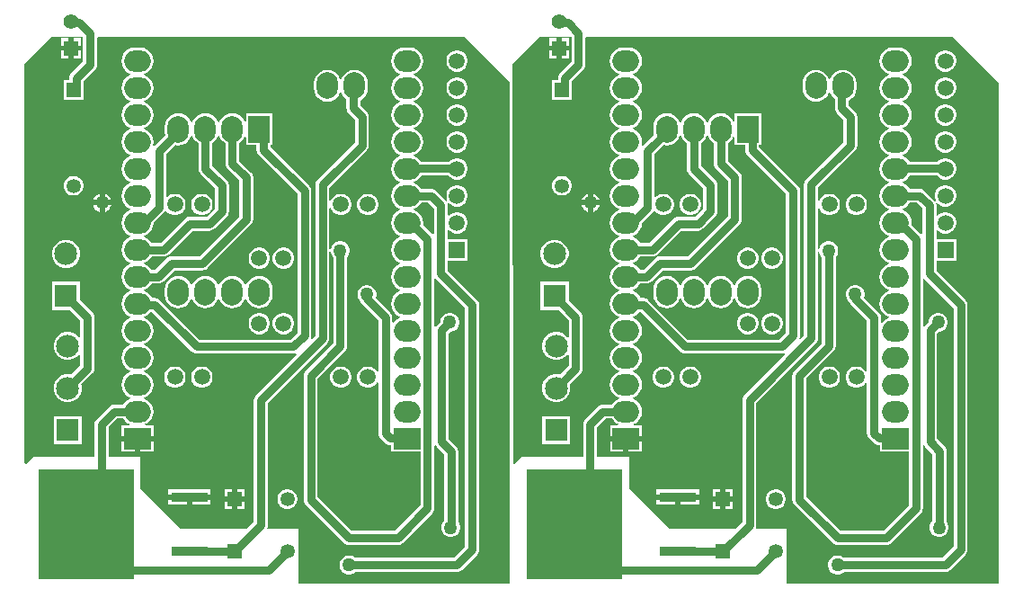
<source format=gbr>
G04*
G04 #@! TF.GenerationSoftware,Altium Limited,Altium Designer,25.4.2 (15)*
G04*
G04 Layer_Physical_Order=1*
G04 Layer_Color=255*
%FSLAX44Y44*%
%MOMM*%
G71*
G04*
G04 #@! TF.SameCoordinates,D781D73C-FE54-440B-B5B4-6B714C508266*
G04*
G04*
G04 #@! TF.FilePolarity,Positive*
G04*
G01*
G75*
%ADD10R,9.0000X10.3500*%
%ADD11R,3.5000X0.9500*%
%ADD12C,0.8000*%
%ADD13C,1.5000*%
%ADD14C,1.3500*%
%ADD15R,1.3500X1.3500*%
%ADD16O,2.0000X2.5000*%
%ADD17R,2.0000X2.5000*%
%ADD18R,1.5000X1.5000*%
%ADD19O,2.5000X2.0000*%
%ADD20R,2.5000X2.0000*%
%ADD21C,2.1500*%
%ADD22R,2.1500X2.1500*%
%ADD23C,1.4000*%
%ADD24R,1.4000X1.4000*%
%ADD25R,1.3500X1.3500*%
%ADD26C,1.2700*%
G36*
X2141525Y703402D02*
X2143535Y700782D01*
X2145882Y698981D01*
Y675026D01*
X2146107Y673318D01*
X2146765Y671728D01*
X2147814Y670361D01*
X2161432Y656744D01*
Y637458D01*
X2153796Y629822D01*
X2138028D01*
X2136321Y629598D01*
X2134730Y628939D01*
X2133364Y627890D01*
X2110796Y605322D01*
X2101773D01*
X2099972Y607670D01*
X2097352Y609680D01*
X2094796Y610739D01*
Y612113D01*
X2097352Y613172D01*
X2099972Y615182D01*
X2101982Y617802D01*
X2103245Y620852D01*
X2103676Y624126D01*
X2103668Y624190D01*
X2113442Y633964D01*
X2114300Y635082D01*
X2115679Y635233D01*
X2115744Y635121D01*
X2117613Y633252D01*
X2119903Y631930D01*
X2122456Y631246D01*
X2125100D01*
X2127653Y631930D01*
X2129943Y633252D01*
X2131812Y635121D01*
X2133134Y637411D01*
X2133818Y639964D01*
Y642608D01*
X2133134Y645161D01*
X2131812Y647451D01*
X2129943Y649320D01*
X2127653Y650642D01*
X2125100Y651326D01*
X2122456D01*
X2119903Y650642D01*
X2117613Y649320D01*
X2116644Y648351D01*
X2115374Y648877D01*
Y688693D01*
X2124145Y697464D01*
X2127078Y697078D01*
X2130352Y697509D01*
X2133402Y698772D01*
X2136022Y700782D01*
X2138032Y703402D01*
X2139091Y705958D01*
X2140466D01*
X2141525Y703402D01*
D02*
G37*
G36*
X1681465D02*
X1683474Y700782D01*
X1685822Y698981D01*
Y675026D01*
X1686046Y673318D01*
X1686705Y671728D01*
X1687754Y670361D01*
X1701372Y656744D01*
Y637458D01*
X1693736Y629822D01*
X1677968D01*
X1676261Y629598D01*
X1674670Y628939D01*
X1673304Y627890D01*
X1650736Y605322D01*
X1641713D01*
X1639912Y607670D01*
X1637292Y609680D01*
X1634736Y610739D01*
Y612113D01*
X1637292Y613172D01*
X1639912Y615182D01*
X1641922Y617802D01*
X1643185Y620852D01*
X1643616Y624126D01*
X1643608Y624190D01*
X1653382Y633964D01*
X1654240Y635082D01*
X1655619Y635233D01*
X1655684Y635121D01*
X1657553Y633252D01*
X1659843Y631930D01*
X1662396Y631246D01*
X1665040D01*
X1667593Y631930D01*
X1669883Y633252D01*
X1671752Y635121D01*
X1673074Y637411D01*
X1673758Y639964D01*
Y642608D01*
X1673074Y645161D01*
X1671752Y647451D01*
X1669883Y649320D01*
X1667593Y650642D01*
X1665040Y651326D01*
X1662396D01*
X1659843Y650642D01*
X1657553Y649320D01*
X1656584Y648351D01*
X1655314Y648877D01*
Y688693D01*
X1664085Y697464D01*
X1667018Y697078D01*
X1670292Y697509D01*
X1673342Y698772D01*
X1675962Y700782D01*
X1677972Y703402D01*
X1679031Y705958D01*
X1680405D01*
X1681465Y703402D01*
D02*
G37*
G36*
X2037182Y799419D02*
Y775708D01*
X2026364Y764891D01*
X2025316Y763524D01*
X2024657Y761934D01*
X2024432Y760226D01*
Y758266D01*
X2018988D01*
Y739686D01*
X2037568D01*
Y750586D01*
X2037625Y751015D01*
Y757494D01*
X2048442Y768312D01*
X2049491Y769678D01*
X2050150Y771269D01*
X2050374Y772976D01*
Y798495D01*
X2051273Y799392D01*
X2396778Y798726D01*
X2439528Y755976D01*
Y284226D01*
X2240028D01*
Y335726D01*
X2211448D01*
X2210771Y336996D01*
X2211226Y338095D01*
X2211450Y339802D01*
Y454570D01*
X2267442Y510562D01*
X2268491Y511928D01*
X2269150Y513519D01*
X2269374Y515226D01*
Y596540D01*
X2270638Y596556D01*
X2271244Y594295D01*
X2272414Y592267D01*
X2272932Y591750D01*
Y510708D01*
X2247114Y484890D01*
X2246065Y483524D01*
X2245406Y481933D01*
X2245182Y480226D01*
Y363376D01*
X2245406Y361669D01*
X2246065Y360078D01*
X2247114Y358712D01*
X2283114Y322712D01*
X2284480Y321664D01*
X2286071Y321005D01*
X2287778Y320780D01*
X2333766D01*
X2335473Y321005D01*
X2337064Y321664D01*
X2338430Y322712D01*
X2366236Y350518D01*
X2367285Y351884D01*
X2367944Y353475D01*
X2368168Y355182D01*
Y414115D01*
X2368898Y414436D01*
X2369438Y414469D01*
X2370370Y413256D01*
X2377382Y406244D01*
Y343652D01*
X2376414Y342685D01*
X2375244Y340657D01*
X2374638Y338396D01*
Y336056D01*
X2375244Y333795D01*
X2376414Y331767D01*
X2378069Y330112D01*
X2380097Y328942D01*
X2382358Y328336D01*
X2384698D01*
X2386959Y328942D01*
X2388987Y330112D01*
X2390642Y331767D01*
X2391812Y333795D01*
X2392418Y336056D01*
Y338396D01*
X2391812Y340657D01*
X2390642Y342685D01*
X2390575Y342752D01*
Y408976D01*
X2390350Y410683D01*
X2389691Y412274D01*
X2388642Y413640D01*
X2381630Y420653D01*
Y519954D01*
X2383093Y521416D01*
X2383824D01*
X2386085Y522022D01*
X2388113Y523192D01*
X2389768Y524847D01*
X2390938Y526875D01*
X2391544Y529136D01*
Y531476D01*
X2390938Y533737D01*
X2389768Y535765D01*
X2388113Y537420D01*
X2386085Y538590D01*
X2383824Y539196D01*
X2381484D01*
X2379223Y538590D01*
X2377195Y537420D01*
X2375540Y535765D01*
X2374370Y533737D01*
X2373764Y531476D01*
Y530745D01*
X2370370Y527350D01*
X2369438Y526137D01*
X2368898Y526170D01*
X2368168Y526491D01*
Y571151D01*
X2369438Y571582D01*
X2369608Y571362D01*
X2397140Y543830D01*
Y319067D01*
X2386646Y308573D01*
X2293754D01*
X2293237Y309090D01*
X2291209Y310260D01*
X2288948Y310866D01*
X2286608D01*
X2284346Y310260D01*
X2282319Y309090D01*
X2280664Y307435D01*
X2279494Y305408D01*
X2278888Y303147D01*
Y300806D01*
X2279494Y298545D01*
X2280664Y296518D01*
X2282319Y294862D01*
X2284346Y293692D01*
X2286608Y293086D01*
X2288948D01*
X2291209Y293692D01*
X2293237Y294862D01*
X2293754Y295380D01*
X2389378D01*
X2391085Y295605D01*
X2392676Y296264D01*
X2394042Y297312D01*
X2408400Y311670D01*
X2409449Y313036D01*
X2410108Y314627D01*
X2410332Y316334D01*
Y546562D01*
X2410108Y548269D01*
X2409449Y549860D01*
X2408400Y551226D01*
X2380868Y578758D01*
Y588686D01*
X2399568D01*
Y608766D01*
X2380868D01*
Y616791D01*
X2382138Y617317D01*
X2383363Y616092D01*
X2385653Y614770D01*
X2388206Y614086D01*
X2390850D01*
X2393403Y614770D01*
X2395693Y616092D01*
X2397562Y617961D01*
X2398884Y620251D01*
X2399568Y622804D01*
Y625448D01*
X2398884Y628001D01*
X2397562Y630291D01*
X2395693Y632160D01*
X2393403Y633482D01*
X2390850Y634166D01*
X2388206D01*
X2385653Y633482D01*
X2383363Y632160D01*
X2382138Y630935D01*
X2380868Y631461D01*
Y640382D01*
X2380644Y642089D01*
X2380343Y642814D01*
X2381485Y643377D01*
X2381494Y643361D01*
X2383363Y641492D01*
X2385653Y640170D01*
X2388206Y639486D01*
X2390850D01*
X2393403Y640170D01*
X2395693Y641492D01*
X2397562Y643361D01*
X2398884Y645651D01*
X2399568Y648204D01*
Y650848D01*
X2398884Y653401D01*
X2397562Y655691D01*
X2395693Y657560D01*
X2393403Y658882D01*
X2390850Y659566D01*
X2388206D01*
X2385653Y658882D01*
X2383363Y657560D01*
X2381494Y655691D01*
X2380172Y653401D01*
X2379488Y650848D01*
Y648204D01*
X2380172Y645651D01*
X2380472Y645131D01*
X2379414Y644424D01*
X2378936Y645046D01*
X2369792Y654190D01*
X2368426Y655239D01*
X2366835Y655898D01*
X2365128Y656122D01*
X2355773D01*
X2353972Y658470D01*
X2351352Y660480D01*
X2348795Y661539D01*
Y662913D01*
X2351352Y663972D01*
X2353972Y665982D01*
X2355907Y668505D01*
X2381751D01*
X2383363Y666892D01*
X2385653Y665570D01*
X2388206Y664886D01*
X2390850D01*
X2393403Y665570D01*
X2395693Y666892D01*
X2397562Y668761D01*
X2398884Y671051D01*
X2399568Y673604D01*
Y676248D01*
X2398884Y678801D01*
X2397562Y681091D01*
X2395693Y682960D01*
X2393403Y684282D01*
X2390850Y684966D01*
X2388206D01*
X2385653Y684282D01*
X2383363Y682960D01*
X2382101Y681697D01*
X2355638D01*
X2353972Y683870D01*
X2351352Y685880D01*
X2348795Y686939D01*
Y688313D01*
X2351352Y689372D01*
X2353972Y691382D01*
X2355982Y694002D01*
X2357245Y697052D01*
X2357676Y700326D01*
X2357245Y703600D01*
X2355982Y706650D01*
X2353972Y709270D01*
X2351352Y711280D01*
X2348795Y712339D01*
Y713713D01*
X2351352Y714772D01*
X2353972Y716782D01*
X2355982Y719402D01*
X2357245Y722452D01*
X2357676Y725726D01*
X2357245Y729000D01*
X2355982Y732050D01*
X2353972Y734670D01*
X2351352Y736680D01*
X2348795Y737739D01*
Y739113D01*
X2351352Y740172D01*
X2353972Y742182D01*
X2355982Y744802D01*
X2357245Y747852D01*
X2357676Y751126D01*
X2357245Y754400D01*
X2355982Y757450D01*
X2353972Y760070D01*
X2351352Y762080D01*
X2348795Y763139D01*
Y764513D01*
X2351352Y765572D01*
X2353972Y767582D01*
X2355982Y770202D01*
X2357245Y773252D01*
X2357676Y776526D01*
X2357245Y779800D01*
X2355982Y782850D01*
X2353972Y785470D01*
X2351352Y787480D01*
X2348302Y788743D01*
X2345028Y789174D01*
X2340028D01*
X2336754Y788743D01*
X2333704Y787480D01*
X2331084Y785470D01*
X2329074Y782850D01*
X2327811Y779800D01*
X2327380Y776526D01*
X2327811Y773252D01*
X2329074Y770202D01*
X2331084Y767582D01*
X2333704Y765572D01*
X2336261Y764513D01*
Y763139D01*
X2333704Y762080D01*
X2331084Y760070D01*
X2329074Y757450D01*
X2327811Y754400D01*
X2327380Y751126D01*
X2327811Y747852D01*
X2329074Y744802D01*
X2331084Y742182D01*
X2333704Y740172D01*
X2336261Y739113D01*
Y737739D01*
X2333704Y736680D01*
X2331084Y734670D01*
X2329074Y732050D01*
X2327811Y729000D01*
X2327380Y725726D01*
X2327811Y722452D01*
X2329074Y719402D01*
X2331084Y716782D01*
X2333704Y714772D01*
X2336261Y713713D01*
Y712339D01*
X2333704Y711280D01*
X2331084Y709270D01*
X2329074Y706650D01*
X2327811Y703600D01*
X2327380Y700326D01*
X2327811Y697052D01*
X2329074Y694002D01*
X2331084Y691382D01*
X2333704Y689372D01*
X2336261Y688313D01*
Y686939D01*
X2333704Y685880D01*
X2331084Y683870D01*
X2329074Y681250D01*
X2327811Y678200D01*
X2327380Y674926D01*
X2327811Y671652D01*
X2329074Y668602D01*
X2331084Y665982D01*
X2333704Y663972D01*
X2336261Y662913D01*
Y661539D01*
X2333704Y660480D01*
X2331084Y658470D01*
X2329074Y655850D01*
X2327811Y652800D01*
X2327380Y649526D01*
X2327811Y646252D01*
X2329074Y643202D01*
X2331084Y640582D01*
X2333704Y638572D01*
X2336261Y637513D01*
Y636139D01*
X2333704Y635080D01*
X2331084Y633070D01*
X2329074Y630450D01*
X2327811Y627400D01*
X2327380Y624126D01*
X2327811Y620852D01*
X2329074Y617802D01*
X2331084Y615182D01*
X2333704Y613172D01*
X2336261Y612113D01*
Y610739D01*
X2333704Y609680D01*
X2331084Y607670D01*
X2329074Y605050D01*
X2327811Y602000D01*
X2327380Y598726D01*
X2327811Y595452D01*
X2329074Y592402D01*
X2331084Y589782D01*
X2333704Y587772D01*
X2336261Y586713D01*
Y585339D01*
X2333704Y584280D01*
X2331084Y582270D01*
X2329074Y579650D01*
X2327811Y576600D01*
X2327380Y573326D01*
X2327811Y570052D01*
X2329074Y567002D01*
X2331084Y564382D01*
X2333704Y562372D01*
X2336261Y561313D01*
Y559939D01*
X2333704Y558880D01*
X2331084Y556870D01*
X2329074Y554250D01*
X2327811Y551200D01*
X2327380Y547926D01*
X2327811Y544652D01*
X2329074Y541602D01*
X2331084Y538982D01*
X2333704Y536972D01*
X2336261Y535913D01*
Y534539D01*
X2333704Y533480D01*
X2331084Y531470D01*
X2329894Y529919D01*
X2328624Y530350D01*
Y534920D01*
X2328400Y536627D01*
X2327741Y538218D01*
X2326692Y539584D01*
X2312848Y553429D01*
X2313418Y555556D01*
Y557896D01*
X2312812Y560157D01*
X2311642Y562185D01*
X2309987Y563840D01*
X2307959Y565010D01*
X2305698Y565616D01*
X2303358D01*
X2301097Y565010D01*
X2299069Y563840D01*
X2297414Y562185D01*
X2296244Y560157D01*
X2295638Y557896D01*
Y555556D01*
X2296244Y553295D01*
X2297414Y551267D01*
X2298289Y550393D01*
X2298815Y549122D01*
X2299864Y547756D01*
X2315432Y532188D01*
Y484193D01*
X2314162Y483852D01*
X2313562Y484891D01*
X2311693Y486760D01*
X2309403Y488082D01*
X2306850Y488766D01*
X2304206D01*
X2301653Y488082D01*
X2299363Y486760D01*
X2297494Y484891D01*
X2296172Y482601D01*
X2295488Y480048D01*
Y477404D01*
X2296172Y474851D01*
X2297494Y472561D01*
X2299363Y470692D01*
X2301653Y469370D01*
X2304206Y468686D01*
X2306850D01*
X2309403Y469370D01*
X2311693Y470692D01*
X2313562Y472561D01*
X2314162Y473600D01*
X2315432Y473260D01*
Y425976D01*
X2315656Y424269D01*
X2316315Y422678D01*
X2317364Y421312D01*
X2322114Y416562D01*
X2323480Y415513D01*
X2325071Y414854D01*
X2326778Y414630D01*
X2327488D01*
Y408386D01*
X2354976D01*
Y357915D01*
X2331034Y333973D01*
X2290510D01*
X2258374Y366109D01*
Y477494D01*
X2284192Y503312D01*
X2285241Y504678D01*
X2285900Y506269D01*
X2286124Y507976D01*
Y591750D01*
X2286642Y592267D01*
X2287812Y594295D01*
X2288418Y596556D01*
Y598896D01*
X2287812Y601157D01*
X2286642Y603185D01*
X2284987Y604840D01*
X2282959Y606010D01*
X2280698Y606616D01*
X2278358D01*
X2276097Y606010D01*
X2274069Y604840D01*
X2272414Y603185D01*
X2271244Y601157D01*
X2270638Y598896D01*
X2269374Y598912D01*
Y637720D01*
X2270644Y637887D01*
X2270772Y637411D01*
X2272094Y635121D01*
X2273963Y633252D01*
X2276253Y631930D01*
X2278806Y631246D01*
X2281450D01*
X2284003Y631930D01*
X2286293Y633252D01*
X2288162Y635121D01*
X2289484Y637411D01*
X2290168Y639964D01*
Y642608D01*
X2289484Y645161D01*
X2288162Y647451D01*
X2286293Y649320D01*
X2284003Y650642D01*
X2281450Y651326D01*
X2278806D01*
X2276253Y650642D01*
X2273963Y649320D01*
X2272094Y647451D01*
X2270772Y645161D01*
X2270644Y644685D01*
X2269374Y644852D01*
Y657244D01*
X2304542Y692411D01*
X2305591Y693778D01*
X2306250Y695369D01*
X2306474Y697076D01*
Y723840D01*
X2306250Y725547D01*
X2305591Y727138D01*
X2304542Y728504D01*
X2298474Y734572D01*
Y739271D01*
X2299202Y739572D01*
X2301822Y741582D01*
X2303832Y744202D01*
X2305095Y747252D01*
X2305526Y750526D01*
Y755526D01*
X2305095Y758800D01*
X2303832Y761850D01*
X2301822Y764470D01*
X2299202Y766480D01*
X2296152Y767743D01*
X2292878Y768174D01*
X2289604Y767743D01*
X2286554Y766480D01*
X2283934Y764470D01*
X2281924Y761850D01*
X2280865Y759293D01*
X2279491D01*
X2278432Y761850D01*
X2276422Y764470D01*
X2273802Y766480D01*
X2270752Y767743D01*
X2267478Y768174D01*
X2264204Y767743D01*
X2261154Y766480D01*
X2258534Y764470D01*
X2256524Y761850D01*
X2255261Y758800D01*
X2254830Y755526D01*
Y750526D01*
X2255261Y747252D01*
X2256524Y744202D01*
X2258534Y741582D01*
X2261154Y739572D01*
X2264204Y738309D01*
X2267478Y737878D01*
X2270752Y738309D01*
X2273802Y739572D01*
X2276422Y741582D01*
X2278432Y744202D01*
X2279491Y746759D01*
X2280865D01*
X2281924Y744202D01*
X2283934Y741582D01*
X2285282Y740549D01*
Y731840D01*
X2285506Y730132D01*
X2286165Y728541D01*
X2287214Y727175D01*
X2293282Y721107D01*
Y699808D01*
X2258114Y664640D01*
X2257065Y663274D01*
X2256406Y661683D01*
X2256182Y659976D01*
Y517958D01*
X2252840Y514617D01*
X2251763Y515336D01*
X2252150Y516269D01*
X2252374Y517976D01*
Y654226D01*
X2252150Y655933D01*
X2251491Y657524D01*
X2250442Y658890D01*
X2213860Y695473D01*
Y697186D01*
X2215818D01*
Y727266D01*
X2190738D01*
Y719766D01*
X2189468Y719514D01*
X2188832Y721050D01*
X2186822Y723670D01*
X2184202Y725679D01*
X2181152Y726943D01*
X2177878Y727374D01*
X2174605Y726943D01*
X2171554Y725679D01*
X2168934Y723670D01*
X2166924Y721050D01*
X2165865Y718493D01*
X2164491D01*
X2163432Y721050D01*
X2161422Y723670D01*
X2158802Y725679D01*
X2155752Y726943D01*
X2152478Y727374D01*
X2149205Y726943D01*
X2146154Y725679D01*
X2143535Y723670D01*
X2141525Y721050D01*
X2140466Y718493D01*
X2139091D01*
X2138032Y721050D01*
X2136022Y723670D01*
X2133402Y725679D01*
X2130352Y726943D01*
X2127078Y727374D01*
X2123805Y726943D01*
X2120754Y725679D01*
X2118134Y723670D01*
X2116125Y721050D01*
X2114861Y717999D01*
X2114430Y714726D01*
Y709726D01*
X2114816Y706793D01*
X2104297Y696274D01*
X2103221Y696993D01*
X2103245Y697052D01*
X2103676Y700326D01*
X2103245Y703600D01*
X2101982Y706650D01*
X2099972Y709270D01*
X2097352Y711280D01*
X2094796Y712339D01*
Y713713D01*
X2097352Y714772D01*
X2099972Y716782D01*
X2101982Y719402D01*
X2103245Y722452D01*
X2103676Y725726D01*
X2103245Y729000D01*
X2101982Y732050D01*
X2099972Y734670D01*
X2097352Y736680D01*
X2094796Y737739D01*
Y739113D01*
X2097352Y740172D01*
X2099972Y742182D01*
X2101982Y744802D01*
X2103245Y747852D01*
X2103676Y751126D01*
X2103245Y754400D01*
X2101982Y757450D01*
X2099972Y760070D01*
X2097352Y762080D01*
X2094796Y763139D01*
Y764513D01*
X2097352Y765572D01*
X2099972Y767582D01*
X2101982Y770202D01*
X2103245Y773252D01*
X2103676Y776526D01*
X2103245Y779800D01*
X2101982Y782850D01*
X2099972Y785470D01*
X2097352Y787480D01*
X2094302Y788743D01*
X2091028Y789174D01*
X2086028D01*
X2082755Y788743D01*
X2079704Y787480D01*
X2077084Y785470D01*
X2075074Y782850D01*
X2073811Y779800D01*
X2073380Y776526D01*
X2073811Y773252D01*
X2075074Y770202D01*
X2077084Y767582D01*
X2079704Y765572D01*
X2082261Y764513D01*
Y763139D01*
X2079704Y762080D01*
X2077084Y760070D01*
X2075074Y757450D01*
X2073811Y754400D01*
X2073380Y751126D01*
X2073811Y747852D01*
X2075074Y744802D01*
X2077084Y742182D01*
X2079704Y740172D01*
X2082261Y739113D01*
Y737739D01*
X2079704Y736680D01*
X2077084Y734670D01*
X2075074Y732050D01*
X2073811Y729000D01*
X2073380Y725726D01*
X2073811Y722452D01*
X2075074Y719402D01*
X2077084Y716782D01*
X2079704Y714772D01*
X2082261Y713713D01*
Y712339D01*
X2079704Y711280D01*
X2077084Y709270D01*
X2075074Y706650D01*
X2073811Y703600D01*
X2073380Y700326D01*
X2073811Y697052D01*
X2075074Y694002D01*
X2077084Y691382D01*
X2079704Y689372D01*
X2082261Y688313D01*
Y686939D01*
X2079704Y685880D01*
X2077084Y683870D01*
X2075074Y681250D01*
X2073811Y678200D01*
X2073380Y674926D01*
X2073811Y671652D01*
X2075074Y668602D01*
X2077084Y665982D01*
X2079704Y663972D01*
X2082261Y662913D01*
Y661539D01*
X2079704Y660480D01*
X2077084Y658470D01*
X2075074Y655850D01*
X2073811Y652800D01*
X2073380Y649526D01*
X2073811Y646252D01*
X2075074Y643202D01*
X2077084Y640582D01*
X2079704Y638572D01*
X2082261Y637513D01*
Y636139D01*
X2079704Y635080D01*
X2077084Y633070D01*
X2075074Y630450D01*
X2073811Y627400D01*
X2073380Y624126D01*
X2073811Y620852D01*
X2075074Y617802D01*
X2077084Y615182D01*
X2079704Y613172D01*
X2082261Y612113D01*
Y610739D01*
X2079704Y609680D01*
X2077084Y607670D01*
X2075074Y605050D01*
X2073811Y602000D01*
X2073380Y598726D01*
X2073811Y595452D01*
X2075074Y592402D01*
X2077084Y589782D01*
X2079704Y587772D01*
X2082261Y586713D01*
Y585339D01*
X2079704Y584280D01*
X2077084Y582270D01*
X2075074Y579650D01*
X2073811Y576600D01*
X2073380Y573326D01*
X2073811Y570052D01*
X2075074Y567002D01*
X2077084Y564382D01*
X2079704Y562372D01*
X2082261Y561313D01*
Y559939D01*
X2079704Y558880D01*
X2077084Y556870D01*
X2075074Y554250D01*
X2073811Y551200D01*
X2073380Y547926D01*
X2073811Y544652D01*
X2075074Y541602D01*
X2077084Y538982D01*
X2079704Y536972D01*
X2082261Y535913D01*
Y534539D01*
X2079704Y533480D01*
X2077084Y531470D01*
X2075074Y528850D01*
X2073811Y525800D01*
X2073380Y522526D01*
X2073811Y519252D01*
X2075074Y516202D01*
X2077084Y513582D01*
X2079704Y511572D01*
X2082261Y510513D01*
Y509139D01*
X2079704Y508080D01*
X2077084Y506070D01*
X2075074Y503450D01*
X2073811Y500400D01*
X2073380Y497126D01*
X2073811Y493852D01*
X2075074Y490802D01*
X2077084Y488182D01*
X2079704Y486172D01*
X2082261Y485113D01*
Y483739D01*
X2079704Y482680D01*
X2077084Y480670D01*
X2075074Y478050D01*
X2073811Y475000D01*
X2073380Y471726D01*
X2073811Y468452D01*
X2075074Y465402D01*
X2077084Y462782D01*
X2079704Y460772D01*
X2082261Y459713D01*
Y458339D01*
X2079704Y457280D01*
X2077084Y455270D01*
X2075283Y452922D01*
X2066628D01*
X2064921Y452698D01*
X2063330Y452039D01*
X2061964Y450990D01*
X2050114Y439140D01*
X2049065Y437774D01*
X2048406Y436183D01*
X2048182Y434476D01*
Y403726D01*
X1990278D01*
X1983455Y396903D01*
X1982281Y397388D01*
X1982028Y773726D01*
X2007778Y799476D01*
X2037182Y799419D01*
D02*
G37*
G36*
X1577122D02*
Y775708D01*
X1566304Y764891D01*
X1565255Y763524D01*
X1564597Y761934D01*
X1564372Y760226D01*
Y758266D01*
X1558928D01*
Y739686D01*
X1577508D01*
Y750586D01*
X1577565Y751015D01*
Y757494D01*
X1588382Y768312D01*
X1589431Y769678D01*
X1590090Y771269D01*
X1590314Y772976D01*
Y798495D01*
X1591213Y799392D01*
X1936718Y798726D01*
X1979468Y755976D01*
Y284226D01*
X1779968D01*
Y335726D01*
X1751388D01*
X1750711Y336996D01*
X1751166Y338095D01*
X1751390Y339802D01*
Y454570D01*
X1807382Y510562D01*
X1808431Y511928D01*
X1809090Y513519D01*
X1809314Y515226D01*
Y596540D01*
X1810578Y596556D01*
X1811184Y594295D01*
X1812354Y592267D01*
X1812872Y591750D01*
Y510708D01*
X1787054Y484890D01*
X1786005Y483524D01*
X1785346Y481933D01*
X1785122Y480226D01*
Y363376D01*
X1785346Y361669D01*
X1786005Y360078D01*
X1787054Y358712D01*
X1823053Y322712D01*
X1824420Y321664D01*
X1826011Y321005D01*
X1827718Y320780D01*
X1873706D01*
X1875413Y321005D01*
X1877004Y321664D01*
X1878371Y322712D01*
X1906176Y350518D01*
X1907225Y351884D01*
X1907884Y353475D01*
X1908108Y355182D01*
Y414115D01*
X1908838Y414436D01*
X1909378Y414469D01*
X1910310Y413256D01*
X1917322Y406244D01*
Y343652D01*
X1916354Y342685D01*
X1915184Y340657D01*
X1914578Y338396D01*
Y336056D01*
X1915184Y333795D01*
X1916354Y331767D01*
X1918009Y330112D01*
X1920037Y328942D01*
X1922298Y328336D01*
X1924638D01*
X1926899Y328942D01*
X1928927Y330112D01*
X1930582Y331767D01*
X1931752Y333795D01*
X1932358Y336056D01*
Y338396D01*
X1931752Y340657D01*
X1930582Y342685D01*
X1930515Y342752D01*
Y408976D01*
X1930290Y410683D01*
X1929631Y412274D01*
X1928582Y413640D01*
X1921570Y420653D01*
Y519954D01*
X1923033Y521416D01*
X1923764D01*
X1926025Y522022D01*
X1928053Y523192D01*
X1929708Y524847D01*
X1930878Y526875D01*
X1931484Y529136D01*
Y531476D01*
X1930878Y533737D01*
X1929708Y535765D01*
X1928053Y537420D01*
X1926025Y538590D01*
X1923764Y539196D01*
X1921424D01*
X1919163Y538590D01*
X1917135Y537420D01*
X1915480Y535765D01*
X1914310Y533737D01*
X1913704Y531476D01*
Y530745D01*
X1910310Y527350D01*
X1909378Y526137D01*
X1908838Y526170D01*
X1908108Y526491D01*
Y571151D01*
X1909378Y571582D01*
X1909548Y571362D01*
X1937080Y543830D01*
Y319067D01*
X1926586Y308573D01*
X1833694D01*
X1833177Y309090D01*
X1831149Y310260D01*
X1828888Y310866D01*
X1826548D01*
X1824286Y310260D01*
X1822259Y309090D01*
X1820604Y307435D01*
X1819434Y305408D01*
X1818828Y303147D01*
Y300806D01*
X1819434Y298545D01*
X1820604Y296518D01*
X1822259Y294862D01*
X1824286Y293692D01*
X1826548Y293086D01*
X1828888D01*
X1831149Y293692D01*
X1833177Y294862D01*
X1833694Y295380D01*
X1929318D01*
X1931025Y295605D01*
X1932616Y296264D01*
X1933982Y297312D01*
X1948340Y311670D01*
X1949389Y313036D01*
X1950048Y314627D01*
X1950272Y316334D01*
Y546562D01*
X1950048Y548269D01*
X1949389Y549860D01*
X1948340Y551226D01*
X1920808Y578758D01*
Y588686D01*
X1939508D01*
Y608766D01*
X1920808D01*
Y616791D01*
X1922078Y617317D01*
X1923303Y616092D01*
X1925593Y614770D01*
X1928146Y614086D01*
X1930790D01*
X1933343Y614770D01*
X1935633Y616092D01*
X1937502Y617961D01*
X1938824Y620251D01*
X1939508Y622804D01*
Y625448D01*
X1938824Y628001D01*
X1937502Y630291D01*
X1935633Y632160D01*
X1933343Y633482D01*
X1930790Y634166D01*
X1928146D01*
X1925593Y633482D01*
X1923303Y632160D01*
X1922078Y630935D01*
X1920808Y631461D01*
Y640382D01*
X1920584Y642089D01*
X1920283Y642814D01*
X1921425Y643377D01*
X1921434Y643361D01*
X1923303Y641492D01*
X1925593Y640170D01*
X1928146Y639486D01*
X1930790D01*
X1933343Y640170D01*
X1935633Y641492D01*
X1937502Y643361D01*
X1938824Y645651D01*
X1939508Y648204D01*
Y650848D01*
X1938824Y653401D01*
X1937502Y655691D01*
X1935633Y657560D01*
X1933343Y658882D01*
X1930790Y659566D01*
X1928146D01*
X1925593Y658882D01*
X1923303Y657560D01*
X1921434Y655691D01*
X1920112Y653401D01*
X1919428Y650848D01*
Y648204D01*
X1920112Y645651D01*
X1920412Y645131D01*
X1919354Y644424D01*
X1918876Y645046D01*
X1909732Y654190D01*
X1908366Y655239D01*
X1906775Y655898D01*
X1905068Y656122D01*
X1895713D01*
X1893912Y658470D01*
X1891292Y660480D01*
X1888736Y661539D01*
Y662913D01*
X1891292Y663972D01*
X1893912Y665982D01*
X1895847Y668505D01*
X1921691D01*
X1923303Y666892D01*
X1925593Y665570D01*
X1928146Y664886D01*
X1930790D01*
X1933343Y665570D01*
X1935633Y666892D01*
X1937502Y668761D01*
X1938824Y671051D01*
X1939508Y673604D01*
Y676248D01*
X1938824Y678801D01*
X1937502Y681091D01*
X1935633Y682960D01*
X1933343Y684282D01*
X1930790Y684966D01*
X1928146D01*
X1925593Y684282D01*
X1923303Y682960D01*
X1922041Y681697D01*
X1895578D01*
X1893912Y683870D01*
X1891292Y685880D01*
X1888736Y686939D01*
Y688313D01*
X1891292Y689372D01*
X1893912Y691382D01*
X1895922Y694002D01*
X1897185Y697052D01*
X1897616Y700326D01*
X1897185Y703600D01*
X1895922Y706650D01*
X1893912Y709270D01*
X1891292Y711280D01*
X1888736Y712339D01*
Y713713D01*
X1891292Y714772D01*
X1893912Y716782D01*
X1895922Y719402D01*
X1897185Y722452D01*
X1897616Y725726D01*
X1897185Y729000D01*
X1895922Y732050D01*
X1893912Y734670D01*
X1891292Y736680D01*
X1888736Y737739D01*
Y739113D01*
X1891292Y740172D01*
X1893912Y742182D01*
X1895922Y744802D01*
X1897185Y747852D01*
X1897616Y751126D01*
X1897185Y754400D01*
X1895922Y757450D01*
X1893912Y760070D01*
X1891292Y762080D01*
X1888736Y763139D01*
Y764513D01*
X1891292Y765572D01*
X1893912Y767582D01*
X1895922Y770202D01*
X1897185Y773252D01*
X1897616Y776526D01*
X1897185Y779800D01*
X1895922Y782850D01*
X1893912Y785470D01*
X1891292Y787480D01*
X1888242Y788743D01*
X1884968Y789174D01*
X1879968D01*
X1876694Y788743D01*
X1873644Y787480D01*
X1871024Y785470D01*
X1869014Y782850D01*
X1867751Y779800D01*
X1867320Y776526D01*
X1867751Y773252D01*
X1869014Y770202D01*
X1871024Y767582D01*
X1873644Y765572D01*
X1876201Y764513D01*
Y763139D01*
X1873644Y762080D01*
X1871024Y760070D01*
X1869014Y757450D01*
X1867751Y754400D01*
X1867320Y751126D01*
X1867751Y747852D01*
X1869014Y744802D01*
X1871024Y742182D01*
X1873644Y740172D01*
X1876201Y739113D01*
Y737739D01*
X1873644Y736680D01*
X1871024Y734670D01*
X1869014Y732050D01*
X1867751Y729000D01*
X1867320Y725726D01*
X1867751Y722452D01*
X1869014Y719402D01*
X1871024Y716782D01*
X1873644Y714772D01*
X1876201Y713713D01*
Y712339D01*
X1873644Y711280D01*
X1871024Y709270D01*
X1869014Y706650D01*
X1867751Y703600D01*
X1867320Y700326D01*
X1867751Y697052D01*
X1869014Y694002D01*
X1871024Y691382D01*
X1873644Y689372D01*
X1876201Y688313D01*
Y686939D01*
X1873644Y685880D01*
X1871024Y683870D01*
X1869014Y681250D01*
X1867751Y678200D01*
X1867320Y674926D01*
X1867751Y671652D01*
X1869014Y668602D01*
X1871024Y665982D01*
X1873644Y663972D01*
X1876201Y662913D01*
Y661539D01*
X1873644Y660480D01*
X1871024Y658470D01*
X1869014Y655850D01*
X1867751Y652800D01*
X1867320Y649526D01*
X1867751Y646252D01*
X1869014Y643202D01*
X1871024Y640582D01*
X1873644Y638572D01*
X1876201Y637513D01*
Y636139D01*
X1873644Y635080D01*
X1871024Y633070D01*
X1869014Y630450D01*
X1867751Y627400D01*
X1867320Y624126D01*
X1867751Y620852D01*
X1869014Y617802D01*
X1871024Y615182D01*
X1873644Y613172D01*
X1876201Y612113D01*
Y610739D01*
X1873644Y609680D01*
X1871024Y607670D01*
X1869014Y605050D01*
X1867751Y602000D01*
X1867320Y598726D01*
X1867751Y595452D01*
X1869014Y592402D01*
X1871024Y589782D01*
X1873644Y587772D01*
X1876201Y586713D01*
Y585339D01*
X1873644Y584280D01*
X1871024Y582270D01*
X1869014Y579650D01*
X1867751Y576600D01*
X1867320Y573326D01*
X1867751Y570052D01*
X1869014Y567002D01*
X1871024Y564382D01*
X1873644Y562372D01*
X1876201Y561313D01*
Y559939D01*
X1873644Y558880D01*
X1871024Y556870D01*
X1869014Y554250D01*
X1867751Y551200D01*
X1867320Y547926D01*
X1867751Y544652D01*
X1869014Y541602D01*
X1871024Y538982D01*
X1873644Y536972D01*
X1876201Y535913D01*
Y534539D01*
X1873644Y533480D01*
X1871024Y531470D01*
X1869834Y529919D01*
X1868564Y530350D01*
Y534920D01*
X1868340Y536627D01*
X1867681Y538218D01*
X1866632Y539584D01*
X1852788Y553429D01*
X1853358Y555556D01*
Y557896D01*
X1852752Y560157D01*
X1851582Y562185D01*
X1849927Y563840D01*
X1847899Y565010D01*
X1845638Y565616D01*
X1843298D01*
X1841037Y565010D01*
X1839009Y563840D01*
X1837354Y562185D01*
X1836184Y560157D01*
X1835578Y557896D01*
Y555556D01*
X1836184Y553295D01*
X1837354Y551267D01*
X1838229Y550393D01*
X1838755Y549122D01*
X1839804Y547756D01*
X1855372Y532188D01*
Y484193D01*
X1854102Y483852D01*
X1853502Y484891D01*
X1851633Y486760D01*
X1849343Y488082D01*
X1846790Y488766D01*
X1844146D01*
X1841593Y488082D01*
X1839303Y486760D01*
X1837434Y484891D01*
X1836112Y482601D01*
X1835428Y480048D01*
Y477404D01*
X1836112Y474851D01*
X1837434Y472561D01*
X1839303Y470692D01*
X1841593Y469370D01*
X1844146Y468686D01*
X1846790D01*
X1849343Y469370D01*
X1851633Y470692D01*
X1853502Y472561D01*
X1854102Y473600D01*
X1855372Y473260D01*
Y425976D01*
X1855596Y424269D01*
X1856255Y422678D01*
X1857304Y421312D01*
X1862054Y416562D01*
X1863420Y415513D01*
X1865011Y414854D01*
X1866718Y414630D01*
X1867428D01*
Y408386D01*
X1894916D01*
Y357915D01*
X1870974Y333973D01*
X1830450D01*
X1798314Y366109D01*
Y477494D01*
X1824132Y503312D01*
X1825181Y504678D01*
X1825840Y506269D01*
X1826064Y507976D01*
Y591750D01*
X1826582Y592267D01*
X1827752Y594295D01*
X1828358Y596556D01*
Y598896D01*
X1827752Y601157D01*
X1826582Y603185D01*
X1824927Y604840D01*
X1822899Y606010D01*
X1820638Y606616D01*
X1818298D01*
X1816037Y606010D01*
X1814009Y604840D01*
X1812354Y603185D01*
X1811184Y601157D01*
X1810578Y598896D01*
X1809314Y598912D01*
Y637720D01*
X1810584Y637887D01*
X1810712Y637411D01*
X1812034Y635121D01*
X1813903Y633252D01*
X1816193Y631930D01*
X1818746Y631246D01*
X1821390D01*
X1823943Y631930D01*
X1826233Y633252D01*
X1828102Y635121D01*
X1829424Y637411D01*
X1830108Y639964D01*
Y642608D01*
X1829424Y645161D01*
X1828102Y647451D01*
X1826233Y649320D01*
X1823943Y650642D01*
X1821390Y651326D01*
X1818746D01*
X1816193Y650642D01*
X1813903Y649320D01*
X1812034Y647451D01*
X1810712Y645161D01*
X1810584Y644685D01*
X1809314Y644852D01*
Y657244D01*
X1844482Y692411D01*
X1845531Y693778D01*
X1846190Y695369D01*
X1846414Y697076D01*
Y723840D01*
X1846190Y725547D01*
X1845531Y727138D01*
X1844482Y728504D01*
X1838414Y734572D01*
Y739271D01*
X1839142Y739572D01*
X1841762Y741582D01*
X1843772Y744202D01*
X1845035Y747252D01*
X1845466Y750526D01*
Y755526D01*
X1845035Y758800D01*
X1843772Y761850D01*
X1841762Y764470D01*
X1839142Y766480D01*
X1836092Y767743D01*
X1832818Y768174D01*
X1829544Y767743D01*
X1826494Y766480D01*
X1823874Y764470D01*
X1821864Y761850D01*
X1820805Y759293D01*
X1819431D01*
X1818372Y761850D01*
X1816362Y764470D01*
X1813742Y766480D01*
X1810692Y767743D01*
X1807418Y768174D01*
X1804144Y767743D01*
X1801094Y766480D01*
X1798474Y764470D01*
X1796464Y761850D01*
X1795201Y758800D01*
X1794770Y755526D01*
Y750526D01*
X1795201Y747252D01*
X1796464Y744202D01*
X1798474Y741582D01*
X1801094Y739572D01*
X1804144Y738309D01*
X1807418Y737878D01*
X1810692Y738309D01*
X1813742Y739572D01*
X1816362Y741582D01*
X1818372Y744202D01*
X1819431Y746759D01*
X1820805D01*
X1821864Y744202D01*
X1823874Y741582D01*
X1825222Y740549D01*
Y731840D01*
X1825446Y730132D01*
X1826105Y728541D01*
X1827154Y727175D01*
X1833221Y721107D01*
Y699808D01*
X1798054Y664640D01*
X1797005Y663274D01*
X1796346Y661683D01*
X1796122Y659976D01*
Y517958D01*
X1792780Y514617D01*
X1791703Y515336D01*
X1792090Y516269D01*
X1792314Y517976D01*
Y654226D01*
X1792090Y655933D01*
X1791431Y657524D01*
X1790382Y658890D01*
X1753800Y695473D01*
Y697186D01*
X1755758D01*
Y727266D01*
X1730678D01*
Y719766D01*
X1729408Y719514D01*
X1728772Y721050D01*
X1726762Y723670D01*
X1724142Y725679D01*
X1721092Y726943D01*
X1717818Y727374D01*
X1714545Y726943D01*
X1711494Y725679D01*
X1708875Y723670D01*
X1706864Y721050D01*
X1705806Y718493D01*
X1704431D01*
X1703372Y721050D01*
X1701362Y723670D01*
X1698742Y725679D01*
X1695692Y726943D01*
X1692418Y727374D01*
X1689145Y726943D01*
X1686094Y725679D01*
X1683474Y723670D01*
X1681465Y721050D01*
X1680405Y718493D01*
X1679031D01*
X1677972Y721050D01*
X1675962Y723670D01*
X1673342Y725679D01*
X1670292Y726943D01*
X1667018Y727374D01*
X1663745Y726943D01*
X1660694Y725679D01*
X1658074Y723670D01*
X1656064Y721050D01*
X1654801Y717999D01*
X1654370Y714726D01*
Y709726D01*
X1654756Y706793D01*
X1644238Y696274D01*
X1643161Y696993D01*
X1643185Y697052D01*
X1643616Y700326D01*
X1643185Y703600D01*
X1641922Y706650D01*
X1639912Y709270D01*
X1637292Y711280D01*
X1634736Y712339D01*
Y713713D01*
X1637292Y714772D01*
X1639912Y716782D01*
X1641922Y719402D01*
X1643185Y722452D01*
X1643616Y725726D01*
X1643185Y729000D01*
X1641922Y732050D01*
X1639912Y734670D01*
X1637292Y736680D01*
X1634736Y737739D01*
Y739113D01*
X1637292Y740172D01*
X1639912Y742182D01*
X1641922Y744802D01*
X1643185Y747852D01*
X1643616Y751126D01*
X1643185Y754400D01*
X1641922Y757450D01*
X1639912Y760070D01*
X1637292Y762080D01*
X1634736Y763139D01*
Y764513D01*
X1637292Y765572D01*
X1639912Y767582D01*
X1641922Y770202D01*
X1643185Y773252D01*
X1643616Y776526D01*
X1643185Y779800D01*
X1641922Y782850D01*
X1639912Y785470D01*
X1637292Y787480D01*
X1634242Y788743D01*
X1630968Y789174D01*
X1625968D01*
X1622695Y788743D01*
X1619644Y787480D01*
X1617025Y785470D01*
X1615014Y782850D01*
X1613751Y779800D01*
X1613320Y776526D01*
X1613751Y773252D01*
X1615014Y770202D01*
X1617025Y767582D01*
X1619644Y765572D01*
X1622201Y764513D01*
Y763139D01*
X1619644Y762080D01*
X1617025Y760070D01*
X1615014Y757450D01*
X1613751Y754400D01*
X1613320Y751126D01*
X1613751Y747852D01*
X1615014Y744802D01*
X1617025Y742182D01*
X1619644Y740172D01*
X1622201Y739113D01*
Y737739D01*
X1619644Y736680D01*
X1617025Y734670D01*
X1615014Y732050D01*
X1613751Y729000D01*
X1613320Y725726D01*
X1613751Y722452D01*
X1615014Y719402D01*
X1617025Y716782D01*
X1619644Y714772D01*
X1622201Y713713D01*
Y712339D01*
X1619644Y711280D01*
X1617025Y709270D01*
X1615014Y706650D01*
X1613751Y703600D01*
X1613320Y700326D01*
X1613751Y697052D01*
X1615014Y694002D01*
X1617025Y691382D01*
X1619644Y689372D01*
X1622201Y688313D01*
Y686939D01*
X1619644Y685880D01*
X1617025Y683870D01*
X1615014Y681250D01*
X1613751Y678200D01*
X1613320Y674926D01*
X1613751Y671652D01*
X1615014Y668602D01*
X1617025Y665982D01*
X1619644Y663972D01*
X1622201Y662913D01*
Y661539D01*
X1619644Y660480D01*
X1617025Y658470D01*
X1615014Y655850D01*
X1613751Y652800D01*
X1613320Y649526D01*
X1613751Y646252D01*
X1615014Y643202D01*
X1617025Y640582D01*
X1619644Y638572D01*
X1622201Y637513D01*
Y636139D01*
X1619644Y635080D01*
X1617025Y633070D01*
X1615014Y630450D01*
X1613751Y627400D01*
X1613320Y624126D01*
X1613751Y620852D01*
X1615014Y617802D01*
X1617025Y615182D01*
X1619644Y613172D01*
X1622201Y612113D01*
Y610739D01*
X1619644Y609680D01*
X1617025Y607670D01*
X1615014Y605050D01*
X1613751Y602000D01*
X1613320Y598726D01*
X1613751Y595452D01*
X1615014Y592402D01*
X1617025Y589782D01*
X1619644Y587772D01*
X1622201Y586713D01*
Y585339D01*
X1619644Y584280D01*
X1617025Y582270D01*
X1615014Y579650D01*
X1613751Y576600D01*
X1613320Y573326D01*
X1613751Y570052D01*
X1615014Y567002D01*
X1617025Y564382D01*
X1619644Y562372D01*
X1622201Y561313D01*
Y559939D01*
X1619644Y558880D01*
X1617025Y556870D01*
X1615014Y554250D01*
X1613751Y551200D01*
X1613320Y547926D01*
X1613751Y544652D01*
X1615014Y541602D01*
X1617025Y538982D01*
X1619644Y536972D01*
X1622201Y535913D01*
Y534539D01*
X1619644Y533480D01*
X1617025Y531470D01*
X1615014Y528850D01*
X1613751Y525800D01*
X1613320Y522526D01*
X1613751Y519252D01*
X1615014Y516202D01*
X1617025Y513582D01*
X1619644Y511572D01*
X1622201Y510513D01*
Y509139D01*
X1619644Y508080D01*
X1617025Y506070D01*
X1615014Y503450D01*
X1613751Y500400D01*
X1613320Y497126D01*
X1613751Y493852D01*
X1615014Y490802D01*
X1617025Y488182D01*
X1619644Y486172D01*
X1622201Y485113D01*
Y483739D01*
X1619644Y482680D01*
X1617025Y480670D01*
X1615014Y478050D01*
X1613751Y475000D01*
X1613320Y471726D01*
X1613751Y468452D01*
X1615014Y465402D01*
X1617025Y462782D01*
X1619644Y460772D01*
X1622201Y459713D01*
Y458339D01*
X1619644Y457280D01*
X1617025Y455270D01*
X1615223Y452922D01*
X1606568D01*
X1604861Y452698D01*
X1603270Y452039D01*
X1601904Y450990D01*
X1590054Y439140D01*
X1589005Y437774D01*
X1588346Y436183D01*
X1588122Y434476D01*
Y403726D01*
X1530218D01*
X1523395Y396903D01*
X1522221Y397388D01*
X1521968Y773726D01*
X1547718Y799476D01*
X1577122Y799419D01*
D02*
G37*
G36*
X2367676Y637650D02*
Y613851D01*
X2366406Y613420D01*
X2366236Y613640D01*
X2357452Y622425D01*
X2357676Y624126D01*
X2357245Y627400D01*
X2355982Y630450D01*
X2353972Y633070D01*
X2351352Y635080D01*
X2348795Y636139D01*
Y637513D01*
X2351352Y638572D01*
X2353972Y640582D01*
X2355773Y642930D01*
X2362396D01*
X2367676Y637650D01*
D02*
G37*
G36*
X1907616D02*
Y613851D01*
X1906346Y613420D01*
X1906176Y613640D01*
X1897392Y622425D01*
X1897616Y624126D01*
X1897185Y627400D01*
X1895922Y630450D01*
X1893912Y633070D01*
X1891292Y635080D01*
X1888736Y636139D01*
Y637513D01*
X1891292Y638572D01*
X1893912Y640582D01*
X1895713Y642930D01*
X1902336D01*
X1907616Y637650D01*
D02*
G37*
G36*
X2166924Y703402D02*
X2168934Y700782D01*
X2171282Y698981D01*
Y679876D01*
X2171507Y678168D01*
X2172166Y676578D01*
X2173214Y675211D01*
X2184431Y663994D01*
Y630008D01*
X2146952Y592528D01*
X2120780D01*
X2119073Y592304D01*
X2117482Y591645D01*
X2116116Y590596D01*
X2105442Y579922D01*
X2101773D01*
X2099972Y582270D01*
X2097352Y584280D01*
X2094796Y585339D01*
Y586713D01*
X2097352Y587772D01*
X2099972Y589782D01*
X2101773Y592130D01*
X2113528D01*
X2115235Y592354D01*
X2116826Y593013D01*
X2118192Y594062D01*
X2140760Y616630D01*
X2156528D01*
X2158235Y616854D01*
X2159826Y617513D01*
X2161192Y618562D01*
X2172692Y630062D01*
X2173741Y631428D01*
X2174400Y633019D01*
X2174624Y634726D01*
Y659476D01*
X2174400Y661183D01*
X2173741Y662774D01*
X2172692Y664140D01*
X2159075Y677758D01*
Y698981D01*
X2161422Y700782D01*
X2163432Y703402D01*
X2164491Y705958D01*
X2165865D01*
X2166924Y703402D01*
D02*
G37*
G36*
X1706864D02*
X1708875Y700782D01*
X1711222Y698981D01*
Y679876D01*
X1711447Y678168D01*
X1712106Y676578D01*
X1713154Y675211D01*
X1724372Y663994D01*
Y630008D01*
X1686892Y592528D01*
X1660720D01*
X1659013Y592304D01*
X1657422Y591645D01*
X1656056Y590596D01*
X1645382Y579922D01*
X1641713D01*
X1639912Y582270D01*
X1637292Y584280D01*
X1634736Y585339D01*
Y586713D01*
X1637292Y587772D01*
X1639912Y589782D01*
X1641713Y592130D01*
X1653468D01*
X1655175Y592354D01*
X1656766Y593013D01*
X1658132Y594062D01*
X1680700Y616630D01*
X1696468D01*
X1698175Y616854D01*
X1699766Y617513D01*
X1701132Y618562D01*
X1712632Y630062D01*
X1713681Y631428D01*
X1714340Y633019D01*
X1714564Y634726D01*
Y659476D01*
X1714340Y661183D01*
X1713681Y662774D01*
X1712632Y664140D01*
X1699015Y677758D01*
Y698981D01*
X1701362Y700782D01*
X1703372Y703402D01*
X1704431Y705958D01*
X1705806D01*
X1706864Y703402D01*
D02*
G37*
G36*
X2190738Y704685D02*
Y697186D01*
X2200667D01*
Y692741D01*
X2200892Y691033D01*
X2201551Y689442D01*
X2202599Y688076D01*
X2239182Y651494D01*
Y520708D01*
X2232546Y514072D01*
X2147010D01*
X2109649Y551434D01*
X2108283Y552482D01*
X2106692Y553141D01*
X2104984Y553366D01*
X2102348D01*
X2101982Y554250D01*
X2099972Y556870D01*
X2097352Y558880D01*
X2094796Y559939D01*
Y561313D01*
X2097352Y562372D01*
X2099972Y564382D01*
X2101773Y566730D01*
X2108174D01*
X2109881Y566954D01*
X2111472Y567613D01*
X2112838Y568662D01*
X2123512Y579336D01*
X2149684D01*
X2151391Y579560D01*
X2152982Y580219D01*
X2154348Y581268D01*
X2195692Y622611D01*
X2196741Y623978D01*
X2197400Y625569D01*
X2197624Y627276D01*
Y666726D01*
X2197400Y668433D01*
X2196741Y670024D01*
X2195692Y671390D01*
X2184475Y682608D01*
Y698981D01*
X2186822Y700782D01*
X2188832Y703402D01*
X2189468Y704938D01*
X2190738Y704685D01*
D02*
G37*
G36*
X1730678D02*
Y697186D01*
X1740607D01*
Y692741D01*
X1740832Y691033D01*
X1741491Y689442D01*
X1742539Y688076D01*
X1779122Y651494D01*
Y520708D01*
X1772486Y514072D01*
X1686950D01*
X1649589Y551434D01*
X1648223Y552482D01*
X1646632Y553141D01*
X1644924Y553366D01*
X1642288D01*
X1641922Y554250D01*
X1639912Y556870D01*
X1637292Y558880D01*
X1634736Y559939D01*
Y561313D01*
X1637292Y562372D01*
X1639912Y564382D01*
X1641713Y566730D01*
X1648114D01*
X1649821Y566954D01*
X1651412Y567613D01*
X1652778Y568662D01*
X1663452Y579336D01*
X1689624D01*
X1691331Y579560D01*
X1692922Y580219D01*
X1694289Y581268D01*
X1735632Y622611D01*
X1736681Y623978D01*
X1737340Y625569D01*
X1737564Y627276D01*
Y666726D01*
X1737340Y668433D01*
X1736681Y670024D01*
X1735632Y671390D01*
X1724415Y682608D01*
Y698981D01*
X1726762Y700782D01*
X1728772Y703402D01*
X1729408Y704938D01*
X1730678Y704685D01*
D02*
G37*
G36*
X2139614Y502812D02*
X2140980Y501763D01*
X2142571Y501104D01*
X2144278Y500880D01*
X2235278D01*
X2236985Y501104D01*
X2237918Y501491D01*
X2238637Y500414D01*
X2200190Y461966D01*
X2199141Y460600D01*
X2198482Y459009D01*
X2198258Y457302D01*
Y342534D01*
X2191449Y335726D01*
X2129278D01*
X2091278Y373726D01*
Y403726D01*
X2061374D01*
Y431744D01*
X2069360Y439729D01*
X2075283D01*
X2077084Y437382D01*
X2079704Y435372D01*
X2081240Y434736D01*
X2080988Y433466D01*
X2073488D01*
Y423426D01*
X2103568D01*
Y433466D01*
X2096069D01*
X2095816Y434736D01*
X2097352Y435372D01*
X2099972Y437382D01*
X2101982Y440002D01*
X2103245Y443052D01*
X2103676Y446326D01*
X2103245Y449600D01*
X2101982Y452650D01*
X2099972Y455270D01*
X2097352Y457280D01*
X2094796Y458339D01*
Y459713D01*
X2097352Y460772D01*
X2099972Y462782D01*
X2101982Y465402D01*
X2103245Y468452D01*
X2103676Y471726D01*
X2103245Y475000D01*
X2101982Y478050D01*
X2099972Y480670D01*
X2097352Y482680D01*
X2094796Y483739D01*
Y485113D01*
X2097352Y486172D01*
X2099972Y488182D01*
X2101982Y490802D01*
X2103245Y493852D01*
X2103676Y497126D01*
X2103245Y500400D01*
X2101982Y503450D01*
X2099972Y506070D01*
X2097352Y508080D01*
X2094796Y509139D01*
Y510513D01*
X2097352Y511572D01*
X2099972Y513582D01*
X2101982Y516202D01*
X2103245Y519252D01*
X2103676Y522526D01*
X2103245Y525800D01*
X2101982Y528850D01*
X2099972Y531470D01*
X2097352Y533480D01*
X2094796Y534539D01*
Y535913D01*
X2097352Y536972D01*
X2099972Y538982D01*
X2100885Y540173D01*
X2102252D01*
X2139614Y502812D01*
D02*
G37*
G36*
X1679554D02*
X1680920Y501763D01*
X1682511Y501104D01*
X1684218Y500880D01*
X1775218D01*
X1776925Y501104D01*
X1777858Y501491D01*
X1778577Y500414D01*
X1740130Y461966D01*
X1739081Y460600D01*
X1738422Y459009D01*
X1738198Y457302D01*
Y342534D01*
X1731389Y335726D01*
X1669218D01*
X1631218Y373726D01*
Y403726D01*
X1601314D01*
Y431744D01*
X1609300Y439729D01*
X1615223D01*
X1617025Y437382D01*
X1619644Y435372D01*
X1621180Y434736D01*
X1620928Y433466D01*
X1613428D01*
Y423426D01*
X1643508D01*
Y433466D01*
X1636009D01*
X1635756Y434736D01*
X1637292Y435372D01*
X1639912Y437382D01*
X1641922Y440002D01*
X1643185Y443052D01*
X1643616Y446326D01*
X1643185Y449600D01*
X1641922Y452650D01*
X1639912Y455270D01*
X1637292Y457280D01*
X1634736Y458339D01*
Y459713D01*
X1637292Y460772D01*
X1639912Y462782D01*
X1641922Y465402D01*
X1643185Y468452D01*
X1643616Y471726D01*
X1643185Y475000D01*
X1641922Y478050D01*
X1639912Y480670D01*
X1637292Y482680D01*
X1634736Y483739D01*
Y485113D01*
X1637292Y486172D01*
X1639912Y488182D01*
X1641922Y490802D01*
X1643185Y493852D01*
X1643616Y497126D01*
X1643185Y500400D01*
X1641922Y503450D01*
X1639912Y506070D01*
X1637292Y508080D01*
X1634736Y509139D01*
Y510513D01*
X1637292Y511572D01*
X1639912Y513582D01*
X1641922Y516202D01*
X1643185Y519252D01*
X1643616Y522526D01*
X1643185Y525800D01*
X1641922Y528850D01*
X1639912Y531470D01*
X1637292Y533480D01*
X1634736Y534539D01*
Y535913D01*
X1637292Y536972D01*
X1639912Y538982D01*
X1640826Y540173D01*
X1642192D01*
X1679554Y502812D01*
D02*
G37*
%LPC*%
G36*
X2150500Y651326D02*
X2147856D01*
X2145303Y650642D01*
X2143013Y649320D01*
X2141144Y647451D01*
X2139822Y645161D01*
X2139138Y642608D01*
Y639964D01*
X2139822Y637411D01*
X2141144Y635121D01*
X2143013Y633252D01*
X2145303Y631930D01*
X2147856Y631246D01*
X2150500D01*
X2153053Y631930D01*
X2155343Y633252D01*
X2157212Y635121D01*
X2158534Y637411D01*
X2159218Y639964D01*
Y642608D01*
X2158534Y645161D01*
X2157212Y647451D01*
X2155343Y649320D01*
X2153053Y650642D01*
X2150500Y651326D01*
D02*
G37*
G36*
X1690440D02*
X1687796D01*
X1685243Y650642D01*
X1682953Y649320D01*
X1681084Y647451D01*
X1679762Y645161D01*
X1679078Y642608D01*
Y639964D01*
X1679762Y637411D01*
X1681084Y635121D01*
X1682953Y633252D01*
X1685243Y631930D01*
X1687796Y631246D01*
X1690440D01*
X1692993Y631930D01*
X1695283Y633252D01*
X1697152Y635121D01*
X1698474Y637411D01*
X1699158Y639964D01*
Y642608D01*
X1698474Y645161D01*
X1697152Y647451D01*
X1695283Y649320D01*
X1692993Y650642D01*
X1690440Y651326D01*
D02*
G37*
G36*
X2035318Y798066D02*
X2028278D01*
Y791026D01*
X2035318D01*
Y798066D01*
D02*
G37*
G36*
X2023278D02*
X2016238D01*
Y791026D01*
X2023278D01*
Y798066D01*
D02*
G37*
G36*
X2035318Y786026D02*
X2028278D01*
Y778986D01*
X2035318D01*
Y786026D01*
D02*
G37*
G36*
X2023278D02*
X2016238D01*
Y778986D01*
X2023278D01*
Y786026D01*
D02*
G37*
G36*
X2390850Y786566D02*
X2388206D01*
X2385653Y785882D01*
X2383363Y784560D01*
X2381494Y782691D01*
X2380172Y780401D01*
X2379488Y777848D01*
Y775204D01*
X2380172Y772651D01*
X2381494Y770361D01*
X2383363Y768492D01*
X2385653Y767170D01*
X2388206Y766486D01*
X2390850D01*
X2393403Y767170D01*
X2395693Y768492D01*
X2397562Y770361D01*
X2398884Y772651D01*
X2399568Y775204D01*
Y777848D01*
X2398884Y780401D01*
X2397562Y782691D01*
X2395693Y784560D01*
X2393403Y785882D01*
X2390850Y786566D01*
D02*
G37*
G36*
Y761166D02*
X2388206D01*
X2385653Y760482D01*
X2383363Y759160D01*
X2381494Y757291D01*
X2380172Y755001D01*
X2379488Y752448D01*
Y749804D01*
X2380172Y747251D01*
X2381494Y744961D01*
X2383363Y743092D01*
X2385653Y741770D01*
X2388206Y741086D01*
X2390850D01*
X2393403Y741770D01*
X2395693Y743092D01*
X2397562Y744961D01*
X2398884Y747251D01*
X2399568Y749804D01*
Y752448D01*
X2398884Y755001D01*
X2397562Y757291D01*
X2395693Y759160D01*
X2393403Y760482D01*
X2390850Y761166D01*
D02*
G37*
G36*
Y735766D02*
X2388206D01*
X2385653Y735082D01*
X2383363Y733760D01*
X2381494Y731891D01*
X2380172Y729601D01*
X2379488Y727048D01*
Y724404D01*
X2380172Y721851D01*
X2381494Y719561D01*
X2383363Y717692D01*
X2385653Y716370D01*
X2388206Y715686D01*
X2390850D01*
X2393403Y716370D01*
X2395693Y717692D01*
X2397562Y719561D01*
X2398884Y721851D01*
X2399568Y724404D01*
Y727048D01*
X2398884Y729601D01*
X2397562Y731891D01*
X2395693Y733760D01*
X2393403Y735082D01*
X2390850Y735766D01*
D02*
G37*
G36*
Y710366D02*
X2388206D01*
X2385653Y709682D01*
X2383363Y708360D01*
X2381494Y706491D01*
X2380172Y704201D01*
X2379488Y701648D01*
Y699004D01*
X2380172Y696451D01*
X2381494Y694161D01*
X2383363Y692292D01*
X2385653Y690970D01*
X2388206Y690286D01*
X2390850D01*
X2393403Y690970D01*
X2395693Y692292D01*
X2397562Y694161D01*
X2398884Y696451D01*
X2399568Y699004D01*
Y701648D01*
X2398884Y704201D01*
X2397562Y706491D01*
X2395693Y708360D01*
X2393403Y709682D01*
X2390850Y710366D01*
D02*
G37*
G36*
X2029501Y668266D02*
X2027055D01*
X2024692Y667633D01*
X2022574Y666410D01*
X2020844Y664680D01*
X2019621Y662562D01*
X2018988Y660199D01*
Y657753D01*
X2019621Y655390D01*
X2020844Y653272D01*
X2022574Y651542D01*
X2024692Y650319D01*
X2027055Y649686D01*
X2029501D01*
X2031864Y650319D01*
X2033982Y651542D01*
X2035712Y653272D01*
X2036935Y655390D01*
X2037568Y657753D01*
Y660199D01*
X2036935Y662562D01*
X2035712Y664680D01*
X2033982Y666410D01*
X2031864Y667633D01*
X2029501Y668266D01*
D02*
G37*
G36*
X2057778Y651510D02*
Y645476D01*
X2063812D01*
X2063562Y646407D01*
X2062392Y648435D01*
X2060737Y650090D01*
X2058709Y651260D01*
X2057778Y651510D01*
D02*
G37*
G36*
X2052778D02*
X2051847Y651260D01*
X2049819Y650090D01*
X2048164Y648435D01*
X2046994Y646407D01*
X2046744Y645476D01*
X2052778D01*
Y651510D01*
D02*
G37*
G36*
X2063812Y640476D02*
X2057778D01*
Y634442D01*
X2058709Y634692D01*
X2060737Y635862D01*
X2062392Y637517D01*
X2063562Y639545D01*
X2063812Y640476D01*
D02*
G37*
G36*
X2052778D02*
X2046744D01*
X2046994Y639545D01*
X2048164Y637517D01*
X2049819Y635862D01*
X2051847Y634692D01*
X2052778Y634442D01*
Y640476D01*
D02*
G37*
G36*
X2306850Y651326D02*
X2304206D01*
X2301653Y650642D01*
X2299363Y649320D01*
X2297494Y647451D01*
X2296172Y645161D01*
X2295488Y642608D01*
Y639964D01*
X2296172Y637411D01*
X2297494Y635121D01*
X2299363Y633252D01*
X2301653Y631930D01*
X2304206Y631246D01*
X2306850D01*
X2309403Y631930D01*
X2311693Y633252D01*
X2313562Y635121D01*
X2314884Y637411D01*
X2315568Y639964D01*
Y642608D01*
X2314884Y645161D01*
X2313562Y647451D01*
X2311693Y649320D01*
X2309403Y650642D01*
X2306850Y651326D01*
D02*
G37*
G36*
X2023028Y608016D02*
X2019528D01*
X2016148Y607110D01*
X2013118Y605361D01*
X2010643Y602886D01*
X2008894Y599856D01*
X2007988Y596476D01*
Y592976D01*
X2008894Y589596D01*
X2010643Y586566D01*
X2013118Y584091D01*
X2016148Y582342D01*
X2019528Y581436D01*
X2023028D01*
X2026408Y582342D01*
X2029438Y584091D01*
X2031913Y586566D01*
X2033662Y589596D01*
X2034568Y592976D01*
Y596476D01*
X2033662Y599856D01*
X2031913Y602886D01*
X2029438Y605361D01*
X2026408Y607110D01*
X2023028Y608016D01*
D02*
G37*
G36*
X2034568Y568416D02*
X2007988D01*
Y541836D01*
X2025239D01*
X2034682Y532394D01*
Y516492D01*
X2033733Y516238D01*
X2033412Y516237D01*
X2030938Y518711D01*
X2027908Y520460D01*
X2024528Y521366D01*
X2021028D01*
X2017648Y520460D01*
X2014618Y518711D01*
X2012144Y516236D01*
X2010394Y513206D01*
X2009488Y509826D01*
Y506326D01*
X2010394Y502946D01*
X2012144Y499916D01*
X2014618Y497441D01*
X2017648Y495692D01*
X2021028Y494786D01*
X2024528D01*
X2027908Y495692D01*
X2030938Y497441D01*
X2033412Y499914D01*
X2033733Y499914D01*
X2034682Y499660D01*
Y489708D01*
X2026272Y481298D01*
X2024528Y481766D01*
X2021028D01*
X2017648Y480860D01*
X2014618Y479110D01*
X2012144Y476636D01*
X2010394Y473606D01*
X2009488Y470225D01*
Y466726D01*
X2010394Y463346D01*
X2012144Y460316D01*
X2014618Y457841D01*
X2017648Y456091D01*
X2021028Y455186D01*
X2024528D01*
X2027908Y456091D01*
X2030938Y457841D01*
X2033413Y460316D01*
X2035163Y463346D01*
X2036068Y466726D01*
Y470225D01*
X2035601Y471970D01*
X2045942Y482311D01*
X2046991Y483677D01*
X2047650Y485268D01*
X2047874Y486976D01*
Y535126D01*
X2047650Y536833D01*
X2046991Y538424D01*
X2045942Y539790D01*
X2034568Y551165D01*
Y568416D01*
D02*
G37*
G36*
X2281450Y488766D02*
X2278806D01*
X2276253Y488082D01*
X2273963Y486760D01*
X2272094Y484891D01*
X2270772Y482601D01*
X2270088Y480048D01*
Y477404D01*
X2270772Y474851D01*
X2272094Y472561D01*
X2273963Y470692D01*
X2276253Y469370D01*
X2278806Y468686D01*
X2281450D01*
X2284003Y469370D01*
X2286293Y470692D01*
X2288162Y472561D01*
X2289484Y474851D01*
X2290168Y477404D01*
Y480048D01*
X2289484Y482601D01*
X2288162Y484891D01*
X2286293Y486760D01*
X2284003Y488082D01*
X2281450Y488766D01*
D02*
G37*
G36*
X2036068Y442166D02*
X2009488D01*
Y415586D01*
X2036068D01*
Y442166D01*
D02*
G37*
G36*
X2231001Y373266D02*
X2228555D01*
X2226192Y372633D01*
X2224074Y371410D01*
X2222344Y369680D01*
X2221121Y367562D01*
X2220488Y365199D01*
Y362753D01*
X2221121Y360390D01*
X2222344Y358272D01*
X2224074Y356542D01*
X2226192Y355319D01*
X2228555Y354686D01*
X2231001D01*
X2233364Y355319D01*
X2235482Y356542D01*
X2237212Y358272D01*
X2238435Y360390D01*
X2239068Y362753D01*
Y365199D01*
X2238435Y367562D01*
X2237212Y369680D01*
X2235482Y371410D01*
X2233364Y372633D01*
X2231001Y373266D01*
D02*
G37*
G36*
X1575258Y798066D02*
X1568218D01*
Y791026D01*
X1575258D01*
Y798066D01*
D02*
G37*
G36*
X1563218D02*
X1556178D01*
Y791026D01*
X1563218D01*
Y798066D01*
D02*
G37*
G36*
X1575258Y786026D02*
X1568218D01*
Y778986D01*
X1575258D01*
Y786026D01*
D02*
G37*
G36*
X1563218D02*
X1556178D01*
Y778986D01*
X1563218D01*
Y786026D01*
D02*
G37*
G36*
X1930790Y786566D02*
X1928146D01*
X1925593Y785882D01*
X1923303Y784560D01*
X1921434Y782691D01*
X1920112Y780401D01*
X1919428Y777848D01*
Y775204D01*
X1920112Y772651D01*
X1921434Y770361D01*
X1923303Y768492D01*
X1925593Y767170D01*
X1928146Y766486D01*
X1930790D01*
X1933343Y767170D01*
X1935633Y768492D01*
X1937502Y770361D01*
X1938824Y772651D01*
X1939508Y775204D01*
Y777848D01*
X1938824Y780401D01*
X1937502Y782691D01*
X1935633Y784560D01*
X1933343Y785882D01*
X1930790Y786566D01*
D02*
G37*
G36*
Y761166D02*
X1928146D01*
X1925593Y760482D01*
X1923303Y759160D01*
X1921434Y757291D01*
X1920112Y755001D01*
X1919428Y752448D01*
Y749804D01*
X1920112Y747251D01*
X1921434Y744961D01*
X1923303Y743092D01*
X1925593Y741770D01*
X1928146Y741086D01*
X1930790D01*
X1933343Y741770D01*
X1935633Y743092D01*
X1937502Y744961D01*
X1938824Y747251D01*
X1939508Y749804D01*
Y752448D01*
X1938824Y755001D01*
X1937502Y757291D01*
X1935633Y759160D01*
X1933343Y760482D01*
X1930790Y761166D01*
D02*
G37*
G36*
Y735766D02*
X1928146D01*
X1925593Y735082D01*
X1923303Y733760D01*
X1921434Y731891D01*
X1920112Y729601D01*
X1919428Y727048D01*
Y724404D01*
X1920112Y721851D01*
X1921434Y719561D01*
X1923303Y717692D01*
X1925593Y716370D01*
X1928146Y715686D01*
X1930790D01*
X1933343Y716370D01*
X1935633Y717692D01*
X1937502Y719561D01*
X1938824Y721851D01*
X1939508Y724404D01*
Y727048D01*
X1938824Y729601D01*
X1937502Y731891D01*
X1935633Y733760D01*
X1933343Y735082D01*
X1930790Y735766D01*
D02*
G37*
G36*
Y710366D02*
X1928146D01*
X1925593Y709682D01*
X1923303Y708360D01*
X1921434Y706491D01*
X1920112Y704201D01*
X1919428Y701648D01*
Y699004D01*
X1920112Y696451D01*
X1921434Y694161D01*
X1923303Y692292D01*
X1925593Y690970D01*
X1928146Y690286D01*
X1930790D01*
X1933343Y690970D01*
X1935633Y692292D01*
X1937502Y694161D01*
X1938824Y696451D01*
X1939508Y699004D01*
Y701648D01*
X1938824Y704201D01*
X1937502Y706491D01*
X1935633Y708360D01*
X1933343Y709682D01*
X1930790Y710366D01*
D02*
G37*
G36*
X1569441Y668266D02*
X1566995D01*
X1564632Y667633D01*
X1562514Y666410D01*
X1560784Y664680D01*
X1559561Y662562D01*
X1558928Y660199D01*
Y657753D01*
X1559561Y655390D01*
X1560784Y653272D01*
X1562514Y651542D01*
X1564632Y650319D01*
X1566995Y649686D01*
X1569441D01*
X1571804Y650319D01*
X1573922Y651542D01*
X1575652Y653272D01*
X1576875Y655390D01*
X1577508Y657753D01*
Y660199D01*
X1576875Y662562D01*
X1575652Y664680D01*
X1573922Y666410D01*
X1571804Y667633D01*
X1569441Y668266D01*
D02*
G37*
G36*
X1597718Y651510D02*
Y645476D01*
X1603752D01*
X1603502Y646407D01*
X1602332Y648435D01*
X1600677Y650090D01*
X1598649Y651260D01*
X1597718Y651510D01*
D02*
G37*
G36*
X1592718D02*
X1591787Y651260D01*
X1589759Y650090D01*
X1588104Y648435D01*
X1586934Y646407D01*
X1586684Y645476D01*
X1592718D01*
Y651510D01*
D02*
G37*
G36*
X1603752Y640476D02*
X1597718D01*
Y634442D01*
X1598649Y634692D01*
X1600677Y635862D01*
X1602332Y637517D01*
X1603502Y639545D01*
X1603752Y640476D01*
D02*
G37*
G36*
X1592718D02*
X1586684D01*
X1586934Y639545D01*
X1588104Y637517D01*
X1589759Y635862D01*
X1591787Y634692D01*
X1592718Y634442D01*
Y640476D01*
D02*
G37*
G36*
X1846790Y651326D02*
X1844146D01*
X1841593Y650642D01*
X1839303Y649320D01*
X1837434Y647451D01*
X1836112Y645161D01*
X1835428Y642608D01*
Y639964D01*
X1836112Y637411D01*
X1837434Y635121D01*
X1839303Y633252D01*
X1841593Y631930D01*
X1844146Y631246D01*
X1846790D01*
X1849343Y631930D01*
X1851633Y633252D01*
X1853502Y635121D01*
X1854824Y637411D01*
X1855508Y639964D01*
Y642608D01*
X1854824Y645161D01*
X1853502Y647451D01*
X1851633Y649320D01*
X1849343Y650642D01*
X1846790Y651326D01*
D02*
G37*
G36*
X1562968Y608016D02*
X1559468D01*
X1556088Y607110D01*
X1553058Y605361D01*
X1550583Y602886D01*
X1548834Y599856D01*
X1547928Y596476D01*
Y592976D01*
X1548834Y589596D01*
X1550583Y586566D01*
X1553058Y584091D01*
X1556088Y582342D01*
X1559468Y581436D01*
X1562968D01*
X1566348Y582342D01*
X1569378Y584091D01*
X1571853Y586566D01*
X1573602Y589596D01*
X1574508Y592976D01*
Y596476D01*
X1573602Y599856D01*
X1571853Y602886D01*
X1569378Y605361D01*
X1566348Y607110D01*
X1562968Y608016D01*
D02*
G37*
G36*
X1574508Y568416D02*
X1547928D01*
Y541836D01*
X1565179D01*
X1574622Y532394D01*
Y516492D01*
X1573673Y516238D01*
X1573352Y516237D01*
X1570878Y518711D01*
X1567848Y520460D01*
X1564468Y521366D01*
X1560968D01*
X1557588Y520460D01*
X1554558Y518711D01*
X1552083Y516236D01*
X1550334Y513206D01*
X1549428Y509826D01*
Y506326D01*
X1550334Y502946D01*
X1552083Y499916D01*
X1554558Y497441D01*
X1557588Y495692D01*
X1560968Y494786D01*
X1564468D01*
X1567848Y495692D01*
X1570878Y497441D01*
X1573352Y499914D01*
X1573673Y499914D01*
X1574622Y499660D01*
Y489708D01*
X1566212Y481298D01*
X1564468Y481766D01*
X1560968D01*
X1557588Y480860D01*
X1554558Y479110D01*
X1552083Y476636D01*
X1550334Y473606D01*
X1549428Y470225D01*
Y466726D01*
X1550334Y463346D01*
X1552083Y460316D01*
X1554558Y457841D01*
X1557588Y456091D01*
X1560968Y455186D01*
X1564468D01*
X1567848Y456091D01*
X1570878Y457841D01*
X1573353Y460316D01*
X1575103Y463346D01*
X1576008Y466726D01*
Y470225D01*
X1575541Y471970D01*
X1585882Y482311D01*
X1586931Y483677D01*
X1587590Y485268D01*
X1587814Y486976D01*
Y535126D01*
X1587590Y536833D01*
X1586931Y538424D01*
X1585882Y539790D01*
X1574508Y551165D01*
Y568416D01*
D02*
G37*
G36*
X1821390Y488766D02*
X1818746D01*
X1816193Y488082D01*
X1813903Y486760D01*
X1812034Y484891D01*
X1810712Y482601D01*
X1810028Y480048D01*
Y477404D01*
X1810712Y474851D01*
X1812034Y472561D01*
X1813903Y470692D01*
X1816193Y469370D01*
X1818746Y468686D01*
X1821390D01*
X1823943Y469370D01*
X1826233Y470692D01*
X1828102Y472561D01*
X1829424Y474851D01*
X1830108Y477404D01*
Y480048D01*
X1829424Y482601D01*
X1828102Y484891D01*
X1826233Y486760D01*
X1823943Y488082D01*
X1821390Y488766D01*
D02*
G37*
G36*
X1576008Y442166D02*
X1549428D01*
Y415586D01*
X1576008D01*
Y442166D01*
D02*
G37*
G36*
X1770941Y373266D02*
X1768495D01*
X1766132Y372633D01*
X1764014Y371410D01*
X1762284Y369680D01*
X1761061Y367562D01*
X1760428Y365199D01*
Y362753D01*
X1761061Y360390D01*
X1762284Y358272D01*
X1764014Y356542D01*
X1766132Y355319D01*
X1768495Y354686D01*
X1770941D01*
X1773304Y355319D01*
X1775422Y356542D01*
X1777152Y358272D01*
X1778375Y360390D01*
X1779008Y362753D01*
Y365199D01*
X1778375Y367562D01*
X1777152Y369680D01*
X1775422Y371410D01*
X1773304Y372633D01*
X1770941Y373266D01*
D02*
G37*
G36*
X2227350Y600820D02*
X2224706D01*
X2222153Y600136D01*
X2219863Y598814D01*
X2217994Y596945D01*
X2216672Y594655D01*
X2215988Y592102D01*
Y589458D01*
X2216672Y586905D01*
X2217994Y584615D01*
X2219863Y582746D01*
X2222153Y581424D01*
X2224706Y580740D01*
X2227350D01*
X2229903Y581424D01*
X2232193Y582746D01*
X2234062Y584615D01*
X2235384Y586905D01*
X2236068Y589458D01*
Y592102D01*
X2235384Y594655D01*
X2234062Y596945D01*
X2232193Y598814D01*
X2229903Y600136D01*
X2227350Y600820D01*
D02*
G37*
G36*
X2204600D02*
X2201956D01*
X2199403Y600136D01*
X2197113Y598814D01*
X2195244Y596945D01*
X2193922Y594655D01*
X2193238Y592102D01*
Y589458D01*
X2193922Y586905D01*
X2195244Y584615D01*
X2197113Y582746D01*
X2199403Y581424D01*
X2201956Y580740D01*
X2204600D01*
X2207153Y581424D01*
X2209443Y582746D01*
X2211312Y584615D01*
X2212634Y586905D01*
X2213318Y589458D01*
Y592102D01*
X2212634Y594655D01*
X2211312Y596945D01*
X2209443Y598814D01*
X2207153Y600136D01*
X2204600Y600820D01*
D02*
G37*
G36*
X2203278Y573974D02*
X2200005Y573543D01*
X2196954Y572280D01*
X2194335Y570270D01*
X2192325Y567650D01*
X2191266Y565094D01*
X2189891D01*
X2188832Y567650D01*
X2186822Y570270D01*
X2184202Y572280D01*
X2181152Y573543D01*
X2177878Y573974D01*
X2174605Y573543D01*
X2171554Y572280D01*
X2168934Y570270D01*
X2166924Y567650D01*
X2165865Y565094D01*
X2164491D01*
X2163432Y567650D01*
X2161422Y570270D01*
X2158802Y572280D01*
X2155752Y573543D01*
X2152478Y573974D01*
X2149205Y573543D01*
X2146154Y572280D01*
X2143535Y570270D01*
X2141525Y567650D01*
X2140466Y565094D01*
X2139091D01*
X2138032Y567650D01*
X2136022Y570270D01*
X2133402Y572280D01*
X2130352Y573543D01*
X2127078Y573974D01*
X2123805Y573543D01*
X2120754Y572280D01*
X2118134Y570270D01*
X2116125Y567650D01*
X2114861Y564600D01*
X2114430Y561326D01*
Y556326D01*
X2114861Y553052D01*
X2116125Y550002D01*
X2118134Y547383D01*
X2120754Y545373D01*
X2123805Y544109D01*
X2127078Y543678D01*
X2130352Y544109D01*
X2133402Y545373D01*
X2136022Y547383D01*
X2138032Y550002D01*
X2139091Y552559D01*
X2140466D01*
X2141525Y550002D01*
X2143535Y547383D01*
X2146154Y545373D01*
X2149205Y544109D01*
X2152478Y543678D01*
X2155752Y544109D01*
X2158802Y545373D01*
X2161422Y547383D01*
X2163432Y550002D01*
X2164491Y552559D01*
X2165865D01*
X2166924Y550002D01*
X2168934Y547383D01*
X2171554Y545373D01*
X2174605Y544109D01*
X2177878Y543678D01*
X2181152Y544109D01*
X2184202Y545373D01*
X2186822Y547383D01*
X2188832Y550002D01*
X2189891Y552559D01*
X2191266D01*
X2192325Y550002D01*
X2194335Y547383D01*
X2196954Y545373D01*
X2200005Y544109D01*
X2203278Y543678D01*
X2206552Y544109D01*
X2209602Y545373D01*
X2212222Y547383D01*
X2214232Y550002D01*
X2215495Y553052D01*
X2215926Y556326D01*
Y561326D01*
X2215495Y564600D01*
X2214232Y567650D01*
X2212222Y570270D01*
X2209602Y572280D01*
X2206552Y573543D01*
X2203278Y573974D01*
D02*
G37*
G36*
X2227350Y539266D02*
X2224706D01*
X2222153Y538582D01*
X2219863Y537260D01*
X2217994Y535391D01*
X2216672Y533101D01*
X2215988Y530548D01*
Y527904D01*
X2216672Y525351D01*
X2217994Y523061D01*
X2219863Y521192D01*
X2222153Y519870D01*
X2224706Y519186D01*
X2227350D01*
X2229903Y519870D01*
X2232193Y521192D01*
X2234062Y523061D01*
X2235384Y525351D01*
X2236068Y527904D01*
Y530548D01*
X2235384Y533101D01*
X2234062Y535391D01*
X2232193Y537260D01*
X2229903Y538582D01*
X2227350Y539266D01*
D02*
G37*
G36*
X2204600D02*
X2201956D01*
X2199403Y538582D01*
X2197113Y537260D01*
X2195244Y535391D01*
X2193922Y533101D01*
X2193238Y530548D01*
Y527904D01*
X2193922Y525351D01*
X2195244Y523061D01*
X2197113Y521192D01*
X2199403Y519870D01*
X2201956Y519186D01*
X2204600D01*
X2207153Y519870D01*
X2209443Y521192D01*
X2211312Y523061D01*
X2212634Y525351D01*
X2213318Y527904D01*
Y530548D01*
X2212634Y533101D01*
X2211312Y535391D01*
X2209443Y537260D01*
X2207153Y538582D01*
X2204600Y539266D01*
D02*
G37*
G36*
X1767290Y600820D02*
X1764646D01*
X1762093Y600136D01*
X1759803Y598814D01*
X1757934Y596945D01*
X1756612Y594655D01*
X1755928Y592102D01*
Y589458D01*
X1756612Y586905D01*
X1757934Y584615D01*
X1759803Y582746D01*
X1762093Y581424D01*
X1764646Y580740D01*
X1767290D01*
X1769843Y581424D01*
X1772133Y582746D01*
X1774002Y584615D01*
X1775324Y586905D01*
X1776008Y589458D01*
Y592102D01*
X1775324Y594655D01*
X1774002Y596945D01*
X1772133Y598814D01*
X1769843Y600136D01*
X1767290Y600820D01*
D02*
G37*
G36*
X1744540D02*
X1741896D01*
X1739343Y600136D01*
X1737053Y598814D01*
X1735184Y596945D01*
X1733862Y594655D01*
X1733178Y592102D01*
Y589458D01*
X1733862Y586905D01*
X1735184Y584615D01*
X1737053Y582746D01*
X1739343Y581424D01*
X1741896Y580740D01*
X1744540D01*
X1747093Y581424D01*
X1749383Y582746D01*
X1751252Y584615D01*
X1752574Y586905D01*
X1753258Y589458D01*
Y592102D01*
X1752574Y594655D01*
X1751252Y596945D01*
X1749383Y598814D01*
X1747093Y600136D01*
X1744540Y600820D01*
D02*
G37*
G36*
X1743218Y573974D02*
X1739945Y573543D01*
X1736894Y572280D01*
X1734274Y570270D01*
X1732265Y567650D01*
X1731205Y565094D01*
X1729831D01*
X1728772Y567650D01*
X1726762Y570270D01*
X1724142Y572280D01*
X1721092Y573543D01*
X1717818Y573974D01*
X1714545Y573543D01*
X1711494Y572280D01*
X1708875Y570270D01*
X1706864Y567650D01*
X1705806Y565094D01*
X1704431D01*
X1703372Y567650D01*
X1701362Y570270D01*
X1698742Y572280D01*
X1695692Y573543D01*
X1692418Y573974D01*
X1689145Y573543D01*
X1686094Y572280D01*
X1683474Y570270D01*
X1681465Y567650D01*
X1680405Y565094D01*
X1679031D01*
X1677972Y567650D01*
X1675962Y570270D01*
X1673342Y572280D01*
X1670292Y573543D01*
X1667018Y573974D01*
X1663745Y573543D01*
X1660694Y572280D01*
X1658074Y570270D01*
X1656064Y567650D01*
X1654801Y564600D01*
X1654370Y561326D01*
Y556326D01*
X1654801Y553052D01*
X1656064Y550002D01*
X1658074Y547383D01*
X1660694Y545373D01*
X1663745Y544109D01*
X1667018Y543678D01*
X1670292Y544109D01*
X1673342Y545373D01*
X1675962Y547383D01*
X1677972Y550002D01*
X1679031Y552559D01*
X1680405D01*
X1681465Y550002D01*
X1683474Y547383D01*
X1686094Y545373D01*
X1689145Y544109D01*
X1692418Y543678D01*
X1695692Y544109D01*
X1698742Y545373D01*
X1701362Y547383D01*
X1703372Y550002D01*
X1704431Y552559D01*
X1705806D01*
X1706864Y550002D01*
X1708875Y547383D01*
X1711494Y545373D01*
X1714545Y544109D01*
X1717818Y543678D01*
X1721092Y544109D01*
X1724142Y545373D01*
X1726762Y547383D01*
X1728772Y550002D01*
X1729831Y552559D01*
X1731205D01*
X1732265Y550002D01*
X1734274Y547383D01*
X1736894Y545373D01*
X1739945Y544109D01*
X1743218Y543678D01*
X1746492Y544109D01*
X1749542Y545373D01*
X1752162Y547383D01*
X1754172Y550002D01*
X1755435Y553052D01*
X1755866Y556326D01*
Y561326D01*
X1755435Y564600D01*
X1754172Y567650D01*
X1752162Y570270D01*
X1749542Y572280D01*
X1746492Y573543D01*
X1743218Y573974D01*
D02*
G37*
G36*
X1767290Y539266D02*
X1764646D01*
X1762093Y538582D01*
X1759803Y537260D01*
X1757934Y535391D01*
X1756612Y533101D01*
X1755928Y530548D01*
Y527904D01*
X1756612Y525351D01*
X1757934Y523061D01*
X1759803Y521192D01*
X1762093Y519870D01*
X1764646Y519186D01*
X1767290D01*
X1769843Y519870D01*
X1772133Y521192D01*
X1774002Y523061D01*
X1775324Y525351D01*
X1776008Y527904D01*
Y530548D01*
X1775324Y533101D01*
X1774002Y535391D01*
X1772133Y537260D01*
X1769843Y538582D01*
X1767290Y539266D01*
D02*
G37*
G36*
X1744540D02*
X1741896D01*
X1739343Y538582D01*
X1737053Y537260D01*
X1735184Y535391D01*
X1733862Y533101D01*
X1733178Y530548D01*
Y527904D01*
X1733862Y525351D01*
X1735184Y523061D01*
X1737053Y521192D01*
X1739343Y519870D01*
X1741896Y519186D01*
X1744540D01*
X1747093Y519870D01*
X1749383Y521192D01*
X1751252Y523061D01*
X1752574Y525351D01*
X1753258Y527904D01*
Y530548D01*
X1752574Y533101D01*
X1751252Y535391D01*
X1749383Y537260D01*
X1747093Y538582D01*
X1744540Y539266D01*
D02*
G37*
G36*
X2150500Y488766D02*
X2147856D01*
X2145303Y488082D01*
X2143013Y486760D01*
X2141144Y484891D01*
X2139822Y482601D01*
X2139138Y480048D01*
Y477404D01*
X2139822Y474851D01*
X2141144Y472561D01*
X2143013Y470692D01*
X2145303Y469370D01*
X2147856Y468686D01*
X2150500D01*
X2153053Y469370D01*
X2155343Y470692D01*
X2157212Y472561D01*
X2158534Y474851D01*
X2159218Y477404D01*
Y480048D01*
X2158534Y482601D01*
X2157212Y484891D01*
X2155343Y486760D01*
X2153053Y488082D01*
X2150500Y488766D01*
D02*
G37*
G36*
X2125100D02*
X2122456D01*
X2119903Y488082D01*
X2117613Y486760D01*
X2115744Y484891D01*
X2114422Y482601D01*
X2113738Y480048D01*
Y477404D01*
X2114422Y474851D01*
X2115744Y472561D01*
X2117613Y470692D01*
X2119903Y469370D01*
X2122456Y468686D01*
X2125100D01*
X2127653Y469370D01*
X2129943Y470692D01*
X2131812Y472561D01*
X2133134Y474851D01*
X2133818Y477404D01*
Y480048D01*
X2133134Y482601D01*
X2131812Y484891D01*
X2129943Y486760D01*
X2127653Y488082D01*
X2125100Y488766D01*
D02*
G37*
G36*
X2103568Y418426D02*
X2091028D01*
Y408386D01*
X2103568D01*
Y418426D01*
D02*
G37*
G36*
X2086028D02*
X2073488D01*
Y408386D01*
X2086028D01*
Y418426D01*
D02*
G37*
G36*
X2137254Y373221D02*
X2136756Y373166D01*
X2117488D01*
Y368376D01*
X2137528D01*
X2157568D01*
Y373166D01*
X2137614D01*
X2137254Y373221D01*
D02*
G37*
G36*
X2189068Y373266D02*
X2182278D01*
Y366476D01*
X2189068D01*
Y373266D01*
D02*
G37*
G36*
X2177278D02*
X2170488D01*
Y366476D01*
X2177278D01*
Y373266D01*
D02*
G37*
G36*
X2157568Y363376D02*
X2140028D01*
Y358586D01*
X2157568D01*
Y363376D01*
D02*
G37*
G36*
X2135028D02*
X2117488D01*
Y358586D01*
X2135028D01*
Y363376D01*
D02*
G37*
G36*
X2189068Y361476D02*
X2182278D01*
Y354686D01*
X2189068D01*
Y361476D01*
D02*
G37*
G36*
X2177278D02*
X2170488D01*
Y354686D01*
X2177278D01*
Y361476D01*
D02*
G37*
G36*
X1690440Y488766D02*
X1687796D01*
X1685243Y488082D01*
X1682953Y486760D01*
X1681084Y484891D01*
X1679762Y482601D01*
X1679078Y480048D01*
Y477404D01*
X1679762Y474851D01*
X1681084Y472561D01*
X1682953Y470692D01*
X1685243Y469370D01*
X1687796Y468686D01*
X1690440D01*
X1692993Y469370D01*
X1695283Y470692D01*
X1697152Y472561D01*
X1698474Y474851D01*
X1699158Y477404D01*
Y480048D01*
X1698474Y482601D01*
X1697152Y484891D01*
X1695283Y486760D01*
X1692993Y488082D01*
X1690440Y488766D01*
D02*
G37*
G36*
X1665040D02*
X1662396D01*
X1659843Y488082D01*
X1657553Y486760D01*
X1655684Y484891D01*
X1654362Y482601D01*
X1653678Y480048D01*
Y477404D01*
X1654362Y474851D01*
X1655684Y472561D01*
X1657553Y470692D01*
X1659843Y469370D01*
X1662396Y468686D01*
X1665040D01*
X1667593Y469370D01*
X1669883Y470692D01*
X1671752Y472561D01*
X1673074Y474851D01*
X1673758Y477404D01*
Y480048D01*
X1673074Y482601D01*
X1671752Y484891D01*
X1669883Y486760D01*
X1667593Y488082D01*
X1665040Y488766D01*
D02*
G37*
G36*
X1643508Y418426D02*
X1630968D01*
Y408386D01*
X1643508D01*
Y418426D01*
D02*
G37*
G36*
X1625968D02*
X1613428D01*
Y408386D01*
X1625968D01*
Y418426D01*
D02*
G37*
G36*
X1677194Y373221D02*
X1676696Y373166D01*
X1657428D01*
Y368376D01*
X1677468D01*
X1697508D01*
Y373166D01*
X1677554D01*
X1677194Y373221D01*
D02*
G37*
G36*
X1729008Y373266D02*
X1722218D01*
Y366476D01*
X1729008D01*
Y373266D01*
D02*
G37*
G36*
X1717218D02*
X1710428D01*
Y366476D01*
X1717218D01*
Y373266D01*
D02*
G37*
G36*
X1697508Y363376D02*
X1679968D01*
Y358586D01*
X1697508D01*
Y363376D01*
D02*
G37*
G36*
X1674968D02*
X1657428D01*
Y358586D01*
X1674968D01*
Y363376D01*
D02*
G37*
G36*
X1729008Y361476D02*
X1722218D01*
Y354686D01*
X1729008D01*
Y361476D01*
D02*
G37*
G36*
X1717218D02*
X1710428D01*
Y354686D01*
X1717218D01*
Y361476D01*
D02*
G37*
%LPD*%
D10*
X1579968Y340476D02*
D03*
X2040028D02*
D03*
D11*
X1677468Y365876D02*
D03*
Y315076D02*
D03*
X2137528Y365876D02*
D03*
Y315076D02*
D03*
D12*
X1886362Y624126D02*
X1901512Y608976D01*
Y355182D02*
Y608976D01*
X1882468Y624126D02*
X1886362D01*
X1882168Y421226D02*
X1882468Y420926D01*
X1866718Y421226D02*
X1882168D01*
X1861968Y425976D02*
Y534920D01*
Y425976D02*
X1866718Y421226D01*
X1876468Y426926D02*
X1882468Y420926D01*
X1844468Y552420D02*
X1861968Y534920D01*
X1747203Y692741D02*
X1785718Y654226D01*
X1743218Y712226D02*
X1747203Y708241D01*
Y692741D02*
Y708241D01*
X1717818Y679876D02*
Y712226D01*
Y679876D02*
X1730968Y666726D01*
X1831818Y731840D02*
Y757026D01*
X1802718Y659976D02*
X1839818Y697076D01*
Y723840D01*
X1831818Y731840D02*
X1839818Y723840D01*
X1882468Y674926D02*
X1882643Y675101D01*
X1929293D01*
X1929468Y675276D01*
X1684218Y507476D02*
X1775218D01*
X1785718Y517976D02*
Y654226D01*
X1775218Y507476D02*
X1785718Y517976D01*
X1744794Y339802D02*
Y457302D01*
X1802718Y515226D02*
Y659976D01*
X1744794Y457302D02*
X1802718Y515226D01*
X1648718Y691426D02*
X1667018Y709726D01*
X1648718Y638629D02*
Y691426D01*
X1634215Y624126D02*
X1648718Y638629D01*
X1667018Y709726D02*
Y712226D01*
X1628468Y624126D02*
X1634215D01*
X1692418Y675026D02*
Y712226D01*
Y675026D02*
X1707968Y659476D01*
Y634726D02*
Y659476D01*
X1696468Y623226D02*
X1707968Y634726D01*
X1677968Y623226D02*
X1696468D01*
X1653468Y598726D02*
X1677968Y623226D01*
X1628468Y598726D02*
X1653468D01*
X1791718Y363376D02*
Y480226D01*
X1819468Y507976D01*
Y597726D01*
X1730968Y627276D02*
Y666726D01*
X1689624Y585932D02*
X1730968Y627276D01*
X1606568Y446326D02*
X1628468D01*
X1594718Y355226D02*
Y434476D01*
X1606568Y446326D01*
X1579968Y340476D02*
X1594718Y355226D01*
X1628468Y547926D02*
X1629624Y546770D01*
X1644924D02*
X1684218Y507476D01*
X1629624Y546770D02*
X1644924D01*
X1579968Y337976D02*
Y340476D01*
X1565718Y813927D02*
X1566866Y812779D01*
X1573703D02*
X1583718Y802764D01*
X1570968Y751015D02*
Y760226D01*
X1583718Y772976D02*
Y802764D01*
X1568218Y748265D02*
X1570968Y751015D01*
Y760226D02*
X1583718Y772976D01*
X1566866Y812779D02*
X1573703D01*
X1625968Y598726D02*
X1628468D01*
Y624126D02*
X1630348Y622246D01*
X1791718Y363376D02*
X1827718Y327376D01*
X1844468Y552420D02*
Y556726D01*
X1923468Y337226D02*
X1923918Y337676D01*
Y408976D01*
X1914974Y417920D02*
X1923918Y408976D01*
X1827718Y327376D02*
X1873706D01*
X1901512Y355182D01*
X1827718Y301976D02*
X1929318D01*
X1719718Y314726D02*
X1744794Y339802D01*
X1751968Y296976D02*
X1769718Y314726D01*
X1620968Y296976D02*
X1751968D01*
X1677468Y315076D02*
X1698312D01*
X1698662Y314726D01*
X1719718D01*
X1677056Y366626D02*
X1677468Y365876D01*
X1579968Y337976D02*
X1620968Y296976D01*
X1561218Y555126D02*
X1581218Y535126D01*
Y486976D02*
Y535126D01*
X1562718Y468476D02*
X1581218Y486976D01*
X1660720Y585932D02*
X1689624D01*
X1648114Y573326D02*
X1660720Y585932D01*
X1628468Y573326D02*
X1648114D01*
X1914974Y522686D02*
X1922594Y530306D01*
X1914974Y417920D02*
Y522686D01*
X1882468Y649526D02*
X1905068D01*
X1914212Y640382D01*
Y576026D02*
Y640382D01*
Y576026D02*
X1943676Y546562D01*
Y316334D02*
Y546562D01*
X1929318Y301976D02*
X1943676Y316334D01*
X2346422Y624126D02*
X2361572Y608976D01*
Y355182D02*
Y608976D01*
X2342528Y624126D02*
X2346422D01*
X2342228Y421226D02*
X2342528Y420926D01*
X2326778Y421226D02*
X2342228D01*
X2322028Y425976D02*
Y534920D01*
Y425976D02*
X2326778Y421226D01*
X2336528Y426926D02*
X2342528Y420926D01*
X2304528Y552420D02*
X2322028Y534920D01*
X2207263Y692741D02*
X2245778Y654226D01*
X2203278Y712226D02*
X2207263Y708241D01*
Y692741D02*
Y708241D01*
X2177878Y679876D02*
Y712226D01*
Y679876D02*
X2191028Y666726D01*
X2291878Y731840D02*
Y757026D01*
X2262778Y659976D02*
X2299878Y697076D01*
Y723840D01*
X2291878Y731840D02*
X2299878Y723840D01*
X2342528Y674926D02*
X2342703Y675101D01*
X2389353D01*
X2389528Y675276D01*
X2144278Y507476D02*
X2235278D01*
X2245778Y517976D02*
Y654226D01*
X2235278Y507476D02*
X2245778Y517976D01*
X2204854Y339802D02*
Y457302D01*
X2262778Y515226D02*
Y659976D01*
X2204854Y457302D02*
X2262778Y515226D01*
X2108778Y691426D02*
X2127078Y709726D01*
X2108778Y638629D02*
Y691426D01*
X2094275Y624126D02*
X2108778Y638629D01*
X2127078Y709726D02*
Y712226D01*
X2088528Y624126D02*
X2094275D01*
X2152478Y675026D02*
Y712226D01*
Y675026D02*
X2168028Y659476D01*
Y634726D02*
Y659476D01*
X2156528Y623226D02*
X2168028Y634726D01*
X2138028Y623226D02*
X2156528D01*
X2113528Y598726D02*
X2138028Y623226D01*
X2088528Y598726D02*
X2113528D01*
X2251778Y363376D02*
Y480226D01*
X2279528Y507976D01*
Y597726D01*
X2191028Y627276D02*
Y666726D01*
X2149684Y585932D02*
X2191028Y627276D01*
X2066628Y446326D02*
X2088528D01*
X2054778Y355226D02*
Y434476D01*
X2066628Y446326D01*
X2040028Y340476D02*
X2054778Y355226D01*
X2088528Y547926D02*
X2089684Y546770D01*
X2104984D02*
X2144278Y507476D01*
X2089684Y546770D02*
X2104984D01*
X2040028Y337976D02*
Y340476D01*
X2025778Y813927D02*
X2026926Y812779D01*
X2033763D02*
X2043778Y802764D01*
X2031028Y751015D02*
Y760226D01*
X2043778Y772976D02*
Y802764D01*
X2028278Y748265D02*
X2031028Y751015D01*
Y760226D02*
X2043778Y772976D01*
X2026926Y812779D02*
X2033763D01*
X2086028Y598726D02*
X2088528D01*
Y624126D02*
X2090408Y622246D01*
X2251778Y363376D02*
X2287778Y327376D01*
X2304528Y552420D02*
Y556726D01*
X2383528Y337226D02*
X2383978Y337676D01*
Y408976D01*
X2375034Y417920D02*
X2383978Y408976D01*
X2287778Y327376D02*
X2333766D01*
X2361572Y355182D01*
X2287778Y301976D02*
X2389378D01*
X2179778Y314726D02*
X2204854Y339802D01*
X2212028Y296976D02*
X2229778Y314726D01*
X2081028Y296976D02*
X2212028D01*
X2137528Y315076D02*
X2158372D01*
X2158722Y314726D01*
X2179778D01*
X2137116Y366626D02*
X2137528Y365876D01*
X2040028Y337976D02*
X2081028Y296976D01*
X2021278Y555126D02*
X2041278Y535126D01*
Y486976D02*
Y535126D01*
X2022778Y468476D02*
X2041278Y486976D01*
X2120780Y585932D02*
X2149684D01*
X2108174Y573326D02*
X2120780Y585932D01*
X2088528Y573326D02*
X2108174D01*
X2375034Y522686D02*
X2382654Y530306D01*
X2375034Y417920D02*
Y522686D01*
X2342528Y649526D02*
X2365128D01*
X2374272Y640382D01*
Y576026D02*
Y640382D01*
Y576026D02*
X2403736Y546562D01*
Y316334D02*
Y546562D01*
X2389378Y301976D02*
X2403736Y316334D01*
D13*
X1743218Y529226D02*
D03*
Y590780D02*
D03*
X1765968D02*
D03*
Y529226D02*
D03*
X1929468Y624126D02*
D03*
Y649526D02*
D03*
Y674926D02*
D03*
Y700326D02*
D03*
Y725726D02*
D03*
Y751126D02*
D03*
Y776526D02*
D03*
X1663718Y641286D02*
D03*
X1689118D02*
D03*
X1845468Y478726D02*
D03*
X1820068D02*
D03*
Y641286D02*
D03*
X1845468D02*
D03*
X1689118Y478726D02*
D03*
X1663718D02*
D03*
X2203278Y529226D02*
D03*
Y590780D02*
D03*
X2226028D02*
D03*
Y529226D02*
D03*
X2389528Y624126D02*
D03*
Y649526D02*
D03*
Y674926D02*
D03*
Y700326D02*
D03*
Y725726D02*
D03*
Y751126D02*
D03*
Y776526D02*
D03*
X2123778Y641286D02*
D03*
X2149178D02*
D03*
X2305528Y478726D02*
D03*
X2280128D02*
D03*
Y641286D02*
D03*
X2305528D02*
D03*
X2149178Y478726D02*
D03*
X2123778D02*
D03*
D14*
X1769718Y314726D02*
D03*
Y363976D02*
D03*
X1568218Y658976D02*
D03*
X2229778Y314726D02*
D03*
Y363976D02*
D03*
X2028278Y658976D02*
D03*
D15*
X1719718Y314726D02*
D03*
Y363976D02*
D03*
X2179778Y314726D02*
D03*
Y363976D02*
D03*
D16*
X1807418Y753026D02*
D03*
X1832818D02*
D03*
X1667018Y558826D02*
D03*
X1692418D02*
D03*
X1717818D02*
D03*
X1743218D02*
D03*
X1667018Y712226D02*
D03*
X1692418D02*
D03*
X1717818D02*
D03*
X2267478Y753026D02*
D03*
X2292878D02*
D03*
X2127078Y558826D02*
D03*
X2152478D02*
D03*
X2177878D02*
D03*
X2203278D02*
D03*
X2127078Y712226D02*
D03*
X2152478D02*
D03*
X2177878D02*
D03*
D17*
X1743218D02*
D03*
X2203278D02*
D03*
D18*
X1929468Y598726D02*
D03*
X2389528D02*
D03*
D19*
X1882468Y776526D02*
D03*
Y751126D02*
D03*
Y725726D02*
D03*
Y700326D02*
D03*
Y674926D02*
D03*
Y649526D02*
D03*
Y624126D02*
D03*
Y598726D02*
D03*
Y573326D02*
D03*
Y547926D02*
D03*
Y522526D02*
D03*
Y497126D02*
D03*
Y471726D02*
D03*
Y446326D02*
D03*
X1628468Y497126D02*
D03*
Y776526D02*
D03*
Y751126D02*
D03*
Y725726D02*
D03*
Y700326D02*
D03*
Y674926D02*
D03*
Y649526D02*
D03*
Y624126D02*
D03*
Y598726D02*
D03*
Y573326D02*
D03*
Y547926D02*
D03*
Y522526D02*
D03*
Y471726D02*
D03*
Y446326D02*
D03*
X2342528Y776526D02*
D03*
Y751126D02*
D03*
Y725726D02*
D03*
Y700326D02*
D03*
Y674926D02*
D03*
Y649526D02*
D03*
Y624126D02*
D03*
Y598726D02*
D03*
Y573326D02*
D03*
Y547926D02*
D03*
Y522526D02*
D03*
Y497126D02*
D03*
Y471726D02*
D03*
Y446326D02*
D03*
X2088528Y497126D02*
D03*
Y776526D02*
D03*
Y751126D02*
D03*
Y725726D02*
D03*
Y700326D02*
D03*
Y674926D02*
D03*
Y649526D02*
D03*
Y624126D02*
D03*
Y598726D02*
D03*
Y573326D02*
D03*
Y547926D02*
D03*
Y522526D02*
D03*
Y471726D02*
D03*
Y446326D02*
D03*
D20*
X1882468Y420926D02*
D03*
X1628468D02*
D03*
X2342528D02*
D03*
X2088528D02*
D03*
D21*
X1562718Y508076D02*
D03*
Y468476D02*
D03*
X1561218Y594726D02*
D03*
X2022778Y508076D02*
D03*
Y468476D02*
D03*
X2021278Y594726D02*
D03*
D22*
X1562718Y428876D02*
D03*
X1561218Y555126D02*
D03*
X2022778Y428876D02*
D03*
X2021278Y555126D02*
D03*
D23*
X1565718Y813927D02*
D03*
X2025778D02*
D03*
D24*
X1565718Y788526D02*
D03*
X2025778D02*
D03*
D25*
X1568218Y748976D02*
D03*
X2028278D02*
D03*
D26*
X1595218Y642976D02*
D03*
X1844468Y556726D02*
D03*
X1923468Y337226D02*
D03*
X1819468Y597726D02*
D03*
X1827718Y301976D02*
D03*
X1922594Y530306D02*
D03*
X2055278Y642976D02*
D03*
X2304528Y556726D02*
D03*
X2383528Y337226D02*
D03*
X2279528Y597726D02*
D03*
X2287778Y301976D02*
D03*
X2382654Y530306D02*
D03*
M02*

</source>
